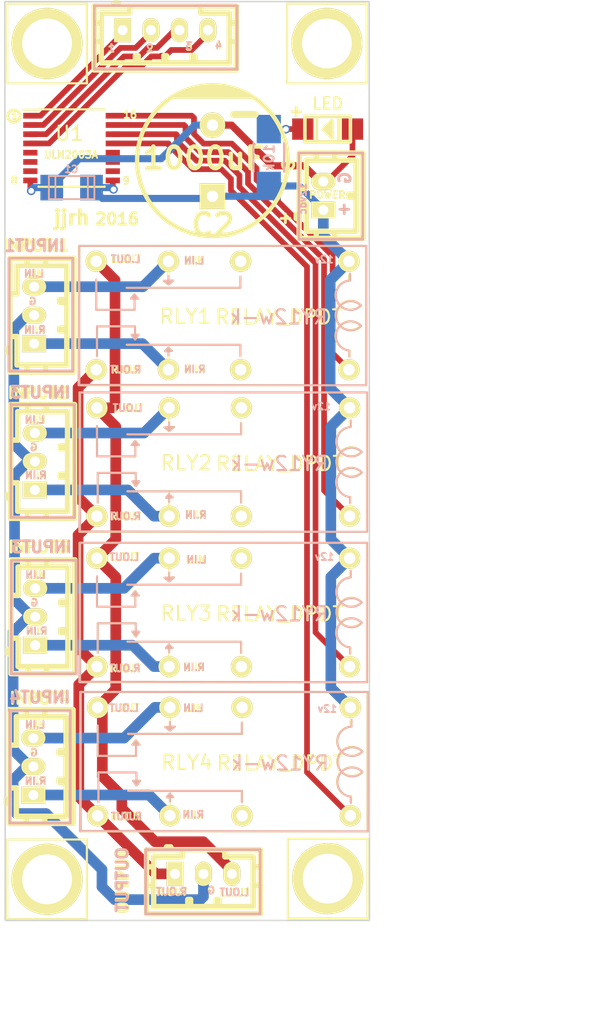
<source format=kicad_pcb>

(kicad_pcb
  (version 4)
  (host pcbnew 0.201508290901+6132~28~ubuntu14.04.1-product)
  (general
    (links 41)
    (no_connects 0)
    (area 131.471199 104.191599 157.225201 168.909462)
    (thickness 1.6)
    (drawings 130)
    (tracks 208)
    (zones 0)
    (modules 20)
    (nets 23))
  (page A4)
  (layers
    (0 F.Cu signal)
    (31 B.Cu signal)
    (32 B.Adhes user)
    (33 F.Adhes user)
    (34 B.Paste user)
    (35 F.Paste user)
    (36 B.SilkS user)
    (37 F.SilkS user)
    (38 B.Mask user)
    (39 F.Mask user)
    (40 Dwgs.User user)
    (41 Cmts.User user)
    (42 Eco1.User user)
    (43 Eco2.User user)
    (44 Edge.Cuts user)
    (45 Margin user)
    (46 B.CrtYd user)
    (47 F.CrtYd user)
    (48 B.Fab user)
    (49 F.Fab user))
  (setup
    (last_trace_width 0.4)
    (user_trace_width 0.25)
    (user_trace_width 0.4)
    (user_trace_width 0.5)
    (user_trace_width 0.75)
    (trace_clearance 0.2)
    (zone_clearance 0.508)
    (zone_45_only no)
    (trace_min 0.2)
    (segment_width 0.2)
    (edge_width 0.1)
    (via_size 0.6)
    (via_drill 0.4)
    (via_min_size 0.4)
    (via_min_drill 0.3)
    (uvia_size 0.3)
    (uvia_drill 0.1)
    (uvias_allowed no)
    (uvia_min_size 0.2)
    (uvia_min_drill 0.1)
    (pcb_text_width 0.3)
    (pcb_text_size 1.5 1.5)
    (mod_edge_width 0.15)
    (mod_text_size 1 1)
    (mod_text_width 0.15)
    (pad_size 1.5 1.5)
    (pad_drill 0.6)
    (pad_to_mask_clearance 0)
    (aux_axis_origin 0 0)
    (visible_elements FFFFFF7F)
    (pcbplotparams
      (layerselection 0x010f0_80000001)
      (usegerberextensions true)
      (excludeedgelayer true)
      (linewidth 0.1)
      (plotframeref false)
      (viasonmask false)
      (mode 1)
      (useauxorigin false)
      (hpglpennumber 1)
      (hpglpenspeed 20)
      (hpglpendiameter 15)
      (hpglpenoverlay 2)
      (psnegative false)
      (psa4output false)
      (plotreference true)
      (plotvalue true)
      (plotinvisibletext false)
      (padsonsilk false)
      (subtractmaskfromsilk false)
      (outputformat 1)
      (mirror false)
      (drillshape 0)
      (scaleselection 1)
      (outputdirectory images/)))
  (net 0 "")
  (net 1 GND)
  (net 2 R_OUT)
  (net 3 L_OUT)
  (net 4 R1_R_IN)
  (net 5 R1_L_IN)
  (net 6 R2_R_IN)
  (net 7 R2_L_IN)
  (net 8 R3_R_IN)
  (net 9 R3_L_IN)
  (net 10 R4_R_IN)
  (net 11 R4_L_IN)
  (net 12 +12V)
  (net 13 T1)
  (net 14 T3)
  (net 15 T2)
  (net 16 T4)
  (net 17 "Net-(RLY1-Pad1)")
  (net 18 "Net-(RLY2-Pad1)")
  (net 19 "Net-(RLY3-Pad1)")
  (net 20 "Net-(RLY4-Pad1)")
  (net 21 R1_GND)
  (net 22 "Net-(D1-Pad2)")
  (net_class Default "This is the default net class."
    (clearance 0.2)
    (trace_width 0.25)
    (via_dia 0.6)
    (via_drill 0.4)
    (uvia_dia 0.3)
    (uvia_drill 0.1)
    (add_net +12V)
    (add_net GND)
    (add_net L_OUT)
    (add_net "Net-(D1-Pad2)")
    (add_net "Net-(RLY1-Pad1)")
    (add_net "Net-(RLY2-Pad1)")
    (add_net "Net-(RLY3-Pad1)")
    (add_net "Net-(RLY4-Pad1)")
    (add_net R1_GND)
    (add_net R1_L_IN)
    (add_net R1_R_IN)
    (add_net R2_L_IN)
    (add_net R2_R_IN)
    (add_net R3_L_IN)
    (add_net R3_R_IN)
    (add_net R4_L_IN)
    (add_net R4_R_IN)
    (add_net R_OUT)
    (add_net T1)
    (add_net T2)
    (add_net T3)
    (add_net T4))
  (net_class "analog signal" ""
    (clearance 0.2)
    (trace_width 0.75)
    (via_dia 0.6)
    (via_drill 0.4)
    (uvia_dia 0.3)
    (uvia_drill 0.1))
  (module Resistors_SMD:R_1206_HandSoldering
    (layer B.Cu)
    (tedit 5.6885e+17)
    (tstamp 5686C9BC)
    (at 150.0886 115.2078 90)
    (descr "Resistor SMD 1206, hand soldering")
    (tags "resistor 1206")
    (path /55D9070E)
    (attr smd)
    (fp_text reference R1
      (at 0 2.3 90)
      (layer B.SilkS) hide
      (effects
        (font
          (size 1 1)
          (thickness 0.15))
        (justify mirror)))
    (fp_text value 10k
      (at -0.0188 0.0254 90)
      (layer B.SilkS)
      (effects
        (font
          (size 0.7 0.7)
          (thickness 0.15))
        (justify mirror)))
    (fp_line
      (start -3.3 1.2)
      (end 3.3 1.2)
      (layer B.CrtYd)
      (width 0.05))
    (fp_line
      (start -3.3 -1.2)
      (end 3.3 -1.2)
      (layer B.CrtYd)
      (width 0.05))
    (fp_line
      (start -3.3 1.2)
      (end -3.3 -1.2)
      (layer B.CrtYd)
      (width 0.05))
    (fp_line
      (start 3.3 1.2)
      (end 3.3 -1.2)
      (layer B.CrtYd)
      (width 0.05))
    (fp_line
      (start 1 -1.075)
      (end -1 -1.075)
      (layer B.SilkS)
      (width 0.15))
    (fp_line
      (start -1 1.075)
      (end 1 1.075)
      (layer B.SilkS)
      (width 0.15))
    (pad 1 smd rect
      (at -2 0 90)
      (size 2 1.7)
      (layers B.Cu B.Paste B.Mask)
      (net 12 +12V))
    (pad 2 smd rect
      (at 2 0 90)
      (size 2 1.7)
      (layers B.Cu B.Paste B.Mask)
      (net 22 "Net-(D1-Pad2)"))
    (model Resistors_SMD.3dshapes/R_1206_HandSoldering.wrl
      (at
        (xyz 0 0 0))
      (scale
        (xyz 1 1 1))
      (rotate
        (xyz 0 0 0))))
  (module w_capacitors:CP_10x20mm
    (layer F.Cu)
    (tedit 52642168)
    (tstamp 5689748F)
    (at 146.1262 115.4284)
    (descr "Capacitor, pol, cyl 10x20mm")
    (path /568976B6)
    (fp_text reference C2
      (at 0.0254 4.5104)
      (layer F.SilkS)
      (effects
        (font
          (thickness 0.3048))))
    (fp_text value 1000uF
      (at -0.635 -0.1632)
      (layer F.SilkS)
      (effects
        (font
          (thickness 0.3048))))
    (fp_line
      (start -2.7 -4.5)
      (end 2.7 -4.5)
      (layer F.SilkS)
      (width 0.3048))
    (fp_line
      (start 2.3 -4.7)
      (end -2.3 -4.7)
      (layer F.SilkS)
      (width 0.3048))
    (fp_line
      (start 1.9 -4.9)
      (end -1.9 -4.9)
      (layer F.SilkS)
      (width 0.3048))
    (fp_line
      (start -1.3 -5.1)
      (end 1.3 -5.1)
      (layer F.SilkS)
      (width 0.3048))
    (fp_line
      (start 1.5 -3.25)
      (end 3 -3.25)
      (layer F.SilkS)
      (width 0.5))
    (fp_circle
      (center 0 0)
      (end -5.3 0)
      (layer F.SilkS)
      (width 0.3048))
    (pad 1 thru_hole rect
      (at 0 2.5)
      (size 1.8 1.8)
      (drill 0.8)
      (layers *.Cu *.Mask F.SilkS)
      (net 12 +12V))
    (pad 2 thru_hole circle
      (at 0 -2.5)
      (size 1.8 1.8)
      (drill 0.8)
      (layers *.Cu *.Mask F.SilkS)
      (net 1 GND))
    (model walter/capacitors/cp_10x20mm.wrl
      (at
        (xyz 0 0 0))
      (scale
        (xyz 1 1 1))
      (rotate
        (xyz 0 0 0))))
  (module Relays_ThroughHole:RY12w-k_bigger_holes
    (layer F.Cu)
    (tedit 56744B88)
    (tstamp 5686C8A1)
    (at 156.9782 152.103 180)
    (path /55CA3C6A)
    (fp_text reference RLY3
      (at 12.7 4.85 180)
      (layer F.SilkS)
      (effects
        (font
          (size 1 1)
          (thickness 0.15))))
    (fp_text value RELAY_DPDT
      (at 6.125 4.8 180)
      (layer F.SilkS)
      (effects
        (font
          (size 1 1)
          (thickness 0.15))))
    (fp_text user RY12w-k
      (at 6.1468 4.8006 180)
      (layer B.SilkS)
      (effects
        (font
          (size 1 1)
          (thickness 0.15))
        (justify mirror)))
    (fp_line
      (start 13.6652 2.413)
      (end 13.8938 2.6162)
      (layer B.SilkS)
      (width 0.15))
    (fp_line
      (start 14.097 2.3876)
      (end 13.6652 2.413)
      (layer B.SilkS)
      (width 0.15))
    (fp_line
      (start 13.8938 2.667)
      (end 14.1224 2.413)
      (layer B.SilkS)
      (width 0.15))
    (fp_line
      (start 13.8938 2.1082)
      (end 13.8938 2.667)
      (layer B.SilkS)
      (width 0.15))
    (fp_line
      (start 8.8392 2.8448)
      (end 8.8392 2.0574)
      (layer B.SilkS)
      (width 0.15))
    (fp_line
      (start 16.7894 2.8448)
      (end 8.8392 2.8448)
      (layer B.SilkS)
      (width 0.15))
    (fp_line
      (start 16.4846 3.556)
      (end 16.256 3.2258)
      (layer B.SilkS)
      (width 0.15))
    (fp_line
      (start 16.002 3.556)
      (end 16.4846 3.556)
      (layer B.SilkS)
      (width 0.15))
    (fp_line
      (start 16.2306 3.2258)
      (end 16.002 3.556)
      (layer B.SilkS)
      (width 0.15))
    (fp_line
      (start 16.256 4.1402)
      (end 16.2306 3.2258)
      (layer B.SilkS)
      (width 0.15))
    (fp_line
      (start 18.923 4.1402)
      (end 16.256 4.1402)
      (layer B.SilkS)
      (width 0.15))
    (fp_line
      (start 18.923 2.0574)
      (end 18.923 4.1402)
      (layer B.SilkS)
      (width 0.15))
    (fp_line
      (start 18.9738 5.3086)
      (end 18.9738 7.4422)
      (layer B.SilkS)
      (width 0.15))
    (fp_line
      (start 16.2814 5.3086)
      (end 18.9738 5.3086)
      (layer B.SilkS)
      (width 0.15))
    (fp_line
      (start 16.2814 6.096)
      (end 16.2814 5.3086)
      (layer B.SilkS)
      (width 0.15))
    (fp_line
      (start 16.3322 6.1976)
      (end 16.2814 6.096)
      (layer B.SilkS)
      (width 0.15))
    (fp_line
      (start 16.0782 6.1214)
      (end 16.3322 6.1976)
      (layer B.SilkS)
      (width 0.15))
    (fp_line
      (start 16.256 6.35)
      (end 16.0782 6.1214)
      (layer B.SilkS)
      (width 0.15))
    (fp_line
      (start 16.5354 6.096)
      (end 16.2814 6.4008)
      (layer B.SilkS)
      (width 0.15))
    (fp_line
      (start 16.0274 6.096)
      (end 16.5354 6.096)
      (layer B.SilkS)
      (width 0.15))
    (fp_line
      (start 14.224 7.3406)
      (end 13.9192 7.112)
      (layer B.SilkS)
      (width 0.15))
    (fp_line
      (start 13.5636 7.366)
      (end 14.224 7.3406)
      (layer B.SilkS)
      (width 0.15))
    (fp_line
      (start 13.8938 7.0866)
      (end 13.5636 7.366)
      (layer B.SilkS)
      (width 0.15))
    (fp_line
      (start 13.8938 7.6962)
      (end 13.8938 7.0866)
      (layer B.SilkS)
      (width 0.15))
    (fp_line
      (start 16.8402 6.858)
      (end 16.7894 6.858)
      (layer B.SilkS)
      (width 0.15))
    (fp_line
      (start 16.8148 6.858)
      (end 16.8402 6.858)
      (layer B.SilkS)
      (width 0.15))
    (fp_line
      (start 8.8392 6.858)
      (end 16.8148 6.858)
      (layer B.SilkS)
      (width 0.15))
    (fp_line
      (start 8.8392 7.6454)
      (end 8.8392 6.858)
      (layer B.SilkS)
      (width 0.15))
    (fp_line
      (start 20.1676 0)
      (end 20.1676 9.8044)
      (layer B.SilkS)
      (width 0.15))
    (fp_line
      (start 20.1676 9.8044)
      (end -0.0254 9.8044)
      (layer B.SilkS)
      (width 0.15))
    (fp_line
      (start -0.0254 9.8044)
      (end -0.0254 0)
      (layer B.SilkS)
      (width 0.15))
    (fp_line
      (start -0.0254 0)
      (end 20.2184 0.0254)
      (layer B.SilkS)
      (width 0.15))
    (fp_line
      (start 20.2184 0.0254)
      (end 20.1676 9.779)
      (layer B.SilkS)
      (width 0.15))
    (fp_line
      (start 1.15 2.425)
      (end 1.15 1.975)
      (layer F.SilkS)
      (width 0.15))
    (fp_line
      (start 1.2 7.375)
      (end 1.2 7.8)
      (layer F.SilkS)
      (width 0.15))
    (fp_line
      (start 14.125 2.4)
      (end 13.9 2.65)
      (layer F.SilkS)
      (width 0.15))
    (fp_line
      (start 13.65 2.425)
      (end 14.125 2.4)
      (layer F.SilkS)
      (width 0.15))
    (fp_line
      (start 13.9 2.625)
      (end 13.65 2.425)
      (layer F.SilkS)
      (width 0.15))
    (fp_line
      (start 13.9 7.075)
      (end 13.9 7.1)
      (layer F.SilkS)
      (width 0.15))
    (fp_line
      (start 14.225 7.35)
      (end 13.9 7.075)
      (layer F.SilkS)
      (width 0.15))
    (fp_line
      (start 13.55 7.375)
      (end 14.225 7.35)
      (layer F.SilkS)
      (width 0.15))
    (fp_line
      (start 13.9 7.075)
      (end 13.55 7.375)
      (layer F.SilkS)
      (width 0.15))
    (fp_line
      (start 16 3.55)
      (end 16.225 3.25)
      (layer F.SilkS)
      (width 0.15))
    (fp_line
      (start 16.475 3.55)
      (end 16 3.55)
      (layer F.SilkS)
      (width 0.15))
    (fp_line
      (start 16.25 3.25)
      (end 16.475 3.55)
      (layer F.SilkS)
      (width 0.15))
    (fp_line
      (start 16.25 4.15)
      (end 16.25 3.25)
      (layer F.SilkS)
      (width 0.15))
    (fp_line
      (start 18.925 4.15)
      (end 16.25 4.15)
      (layer F.SilkS)
      (width 0.15))
    (fp_line
      (start 18.925 2.025)
      (end 18.925 4.15)
      (layer F.SilkS)
      (width 0.15))
    (fp_line
      (start 13.9 2.85)
      (end 16.825 2.85)
      (layer F.SilkS)
      (width 0.15))
    (fp_line
      (start 13.9 2.675)
      (end 13.9 1.875)
      (layer F.SilkS)
      (width 0.15))
    (fp_line
      (start 8.825 2.85)
      (end 13.9 2.85)
      (layer F.SilkS)
      (width 0.15))
    (fp_line
      (start 8.825 2.025)
      (end 8.825 2.85)
      (layer F.SilkS)
      (width 0.15))
    (fp_line
      (start 0 0)
      (end 0 9.8)
      (layer F.SilkS)
      (width 0.15))
    (fp_line
      (start 0 9.8)
      (end 20.2 9.8)
      (layer F.SilkS)
      (width 0.15))
    (fp_line
      (start 20.2 9.8)
      (end 20.2 0)
      (layer F.SilkS)
      (width 0.15))
    (fp_line
      (start 20.2 0)
      (end 0 0)
      (layer F.SilkS)
      (width 0.15))
    (fp_line
      (start 13.9 7.95)
      (end 13.9 7.125)
      (layer F.SilkS)
      (width 0.15))
    (fp_line
      (start 8.825 6.85)
      (end 8.825 7.65)
      (layer F.SilkS)
      (width 0.15))
    (fp_line
      (start 13.9 6.85)
      (end 8.825 6.85)
      (layer F.SilkS)
      (width 0.15))
    (fp_line
      (start 18.975 7.425)
      (end 18.975 5.3)
      (layer F.SilkS)
      (width 0.15))
    (fp_line
      (start 16.272981 5.307101)
      (end 18.947981 5.307101)
      (layer F.SilkS)
      (width 0.15))
    (fp_line
      (start 16.8 6.85)
      (end 13.875 6.85)
      (layer F.SilkS)
      (width 0.15))
    (fp_line
      (start 16.522981 6.107101)
      (end 16.297981 6.407101)
      (layer F.SilkS)
      (width 0.15))
    (fp_line
      (start 16.047981 6.107101)
      (end 16.522981 6.107101)
      (layer F.SilkS)
      (width 0.15))
    (fp_line
      (start 16.272981 6.407101)
      (end 16.047981 6.107101)
      (layer F.SilkS)
      (width 0.15))
    (fp_line
      (start 16.275 5.3)
      (end 16.275 6.2)
      (layer F.SilkS)
      (width 0.15))
    (fp_line
      (start 1.1246 7.388262)
      (end 1.1246 7.838262)
      (layer B.SilkS)
      (width 0.15))
    (fp_line
      (start 1.1746 2.438262)
      (end 1.1746 2.013262)
      (layer B.SilkS)
      (width 0.15))
    (fp_arc
      (start 1.112132 3.480025)
      (end 1.15 2.45)
      (angle 222.8945173)
      (layer F.SilkS)
      (width 0.15))
    (fp_arc
      (start 1.1 4.925)
      (end 0.375216 4.200215)
      (angle 270)
      (layer F.SilkS)
      (width 0.15))
    (fp_arc
      (start 1.112131 6.343808)
      (end 0.387347 5.619023)
      (angle 220.129541)
      (layer F.SilkS)
      (width 0.15))
    (fp_arc
      (start 1.086732 6.333237)
      (end 1.1246 7.363262)
      (angle -222.8945173)
      (layer B.SilkS)
      (width 0.15))
    (fp_arc
      (start 1.0746 4.888262)
      (end 0.349816 5.613047)
      (angle -270)
      (layer B.SilkS)
      (width 0.15))
    (fp_arc
      (start 1.086731 3.469454)
      (end 0.361947 4.194239)
      (angle -220.129541)
      (layer B.SilkS)
      (width 0.15))
    (pad 1 thru_hole circle
      (at 1.2 1.1 180)
      (size 1.5 1.5)
      (drill 0.8)
      (layers *.Cu *.Mask F.SilkS)
      (net 19 "Net-(RLY3-Pad1)"))
    (pad 8 thru_hole circle
      (at 1.2 8.72 180)
      (size 1.5 1.5)
      (drill 0.8)
      (layers *.Cu *.Mask F.SilkS)
      (net 12 +12V))
    (pad 7 thru_hole circle
      (at 8.82 8.72 180)
      (size 1.5 1.5)
      (drill 0.8)
      (layers *.Cu *.Mask F.SilkS))
    (pad 2 thru_hole circle
      (at 8.82 1.1 180)
      (size 1.5 1.5)
      (drill 0.8)
      (layers *.Cu *.Mask F.SilkS))
    (pad 3 thru_hole circle
      (at 13.9 1.1 180)
      (size 1.5 1.5)
      (drill 0.8)
      (layers *.Cu *.Mask F.SilkS)
      (net 8 R3_R_IN))
    (pad 6 thru_hole circle
      (at 13.9 8.72 180)
      (size 1.5 1.5)
      (drill 0.8)
      (layers *.Cu *.Mask F.SilkS)
      (net 9 R3_L_IN))
    (pad 4 thru_hole circle
      (at 18.98 1.1 180)
      (size 1.5 1.5)
      (drill 0.8)
      (layers *.Cu *.Mask F.SilkS)
      (net 2 R_OUT))
    (pad 5 thru_hole circle
      (at 18.98 8.72 180)
      (size 1.5 1.5)
      (drill 0.8)
      (layers *.Cu *.Mask F.SilkS)
      (net 3 L_OUT))
    (model Relays_ThroughHole.3dshapes/Relay_SPDS_OMRON-G6E.wrl
      (at
        (xyz 0.08 -0.33 0))
      (scale
        (xyz 1.3 1 1))
      (rotate
        (xyz 0 0 0))))
  (module mechanical:3.5mm_m3
    (layer F.Cu)
    (tedit 568953B9)
    (tstamp 5686C837)
    (at 154.2288 166.0144)
    (path /5686CC43)
    (fp_text reference P1
      (at 0 0.5)
      (layer F.SilkS)
      (effects
        (font
          (size 1 1)
          (thickness 0.15))))
    (fp_text value board_mount
      (at 0.5842 -0.4048)
      (layer F.Fab) hide
      (effects
        (font
          (size 1 1)
          (thickness 0.15))))
    (fp_line
      (start 2.8 2.5)
      (end 2.8 2.7)
      (layer F.SilkS)
      (width 0.15))
    (fp_line
      (start 2.6 -2.9)
      (end 2.8 -2.9)
      (layer F.SilkS)
      (width 0.15))
    (fp_line
      (start 0 -2.9)
      (end -2.8 -2.9)
      (layer F.SilkS)
      (width 0.15))
    (fp_line
      (start 0 2.7)
      (end -2.8 2.7)
      (layer F.SilkS)
      (width 0.15))
    (fp_line
      (start -2.8 2.7)
      (end -2.8 2.5)
      (layer F.SilkS)
      (width 0.15))
    (fp_line
      (start -2.8 0)
      (end -2.8 2.6)
      (layer F.SilkS)
      (width 0.15))
    (fp_line
      (start -2.8 0.1)
      (end -2.8 -2.9)
      (layer F.SilkS)
      (width 0.15))
    (fp_line
      (start 0 2.7)
      (end 2.8 2.7)
      (layer F.SilkS)
      (width 0.15))
    (fp_line
      (start 2.8 -0.2)
      (end 2.8 2.6)
      (layer F.SilkS)
      (width 0.15))
    (fp_line
      (start 2.8 -0.1)
      (end 2.8 -2.9)
      (layer F.SilkS)
      (width 0.15))
    (fp_line
      (start 0 -2.9)
      (end 2.6 -2.9)
      (layer F.SilkS)
      (width 0.15))
    (pad 1 thru_hole circle
      (at 0 -0.1)
      (size 5 5)
      (drill 3.5)
      (layers *.Cu *.Mask F.SilkS)))
  (module mechanical:3.5mm_m3
    (layer F.Cu)
    (tedit 568953B7)
    (tstamp 5686C83C)
    (at 134.493 166.0652)
    (path /5686CCAC)
    (fp_text reference P2
      (at 0 0.5)
      (layer F.SilkS)
      (effects
        (font
          (size 1 1)
          (thickness 0.15))))
    (fp_text value board_mount
      (at 0 -0.5)
      (layer F.Fab) hide
      (effects
        (font
          (size 1 1)
          (thickness 0.15))))
    (fp_line
      (start 2.8 2.5)
      (end 2.8 2.7)
      (layer F.SilkS)
      (width 0.15))
    (fp_line
      (start 2.6 -2.9)
      (end 2.8 -2.9)
      (layer F.SilkS)
      (width 0.15))
    (fp_line
      (start 0 -2.9)
      (end -2.8 -2.9)
      (layer F.SilkS)
      (width 0.15))
    (fp_line
      (start 0 2.7)
      (end -2.8 2.7)
      (layer F.SilkS)
      (width 0.15))
    (fp_line
      (start -2.8 2.7)
      (end -2.8 2.5)
      (layer F.SilkS)
      (width 0.15))
    (fp_line
      (start -2.8 0)
      (end -2.8 2.6)
      (layer F.SilkS)
      (width 0.15))
    (fp_line
      (start -2.8 0.1)
      (end -2.8 -2.9)
      (layer F.SilkS)
      (width 0.15))
    (fp_line
      (start 0 2.7)
      (end 2.8 2.7)
      (layer F.SilkS)
      (width 0.15))
    (fp_line
      (start 2.8 -0.2)
      (end 2.8 2.6)
      (layer F.SilkS)
      (width 0.15))
    (fp_line
      (start 2.8 -0.1)
      (end 2.8 -2.9)
      (layer F.SilkS)
      (width 0.15))
    (fp_line
      (start 0 -2.9)
      (end 2.6 -2.9)
      (layer F.SilkS)
      (width 0.15))
    (pad 1 thru_hole circle
      (at 0 -0.1)
      (size 5 5)
      (drill 3.5)
      (layers *.Cu *.Mask F.SilkS)))
  (module mechanical:3.5mm_m3
    (layer F.Cu)
    (tedit 56885E9A)
    (tstamp 5686C841)
    (at 134.493 107.288)
    (path /5686CBD9)
    (fp_text reference P3
      (at 0 0.5)
      (layer F.SilkS)
      (effects
        (font
          (size 1 1)
          (thickness 0.15))))
    (fp_text value board_mount
      (at 0 -0.5)
      (layer F.Fab) hide
      (effects
        (font
          (size 1 1)
          (thickness 0.15))))
    (fp_line
      (start 2.8 2.5)
      (end 2.8 2.7)
      (layer F.SilkS)
      (width 0.15))
    (fp_line
      (start 2.6 -2.9)
      (end 2.8 -2.9)
      (layer F.SilkS)
      (width 0.15))
    (fp_line
      (start 0 -2.9)
      (end -2.8 -2.9)
      (layer F.SilkS)
      (width 0.15))
    (fp_line
      (start 0 2.7)
      (end -2.8 2.7)
      (layer F.SilkS)
      (width 0.15))
    (fp_line
      (start -2.8 2.7)
      (end -2.8 2.5)
      (layer F.SilkS)
      (width 0.15))
    (fp_line
      (start -2.8 0)
      (end -2.8 2.6)
      (layer F.SilkS)
      (width 0.15))
    (fp_line
      (start -2.8 0.1)
      (end -2.8 -2.9)
      (layer F.SilkS)
      (width 0.15))
    (fp_line
      (start 0 2.7)
      (end 2.8 2.7)
      (layer F.SilkS)
      (width 0.15))
    (fp_line
      (start 2.8 -0.2)
      (end 2.8 2.6)
      (layer F.SilkS)
      (width 0.15))
    (fp_line
      (start 2.8 -0.1)
      (end 2.8 -2.9)
      (layer F.SilkS)
      (width 0.15))
    (fp_line
      (start 0 -2.9)
      (end 2.6 -2.9)
      (layer F.SilkS)
      (width 0.15))
    (pad 1 thru_hole circle
      (at 0 -0.1)
      (size 5 5)
      (drill 3.5)
      (layers *.Cu *.Mask F.SilkS)))
  (module mechanical:3.5mm_m3
    (layer F.Cu)
    (tedit 5.6885e+100)
    (tstamp 5686C846)
    (at 154.178 107.288)
    (path /5686CAED)
    (fp_text reference P4
      (at 0 0.5)
      (layer F.SilkS)
      (effects
        (font
          (size 1 1)
          (thickness 0.15))))
    (fp_text value board_mount
      (at 0 -0.5)
      (layer F.Fab) hide
      (effects
        (font
          (size 1 1)
          (thickness 0.15))))
    (fp_line
      (start 2.8 2.5)
      (end 2.8 2.7)
      (layer F.SilkS)
      (width 0.15))
    (fp_line
      (start 2.6 -2.9)
      (end 2.8 -2.9)
      (layer F.SilkS)
      (width 0.15))
    (fp_line
      (start 0 -2.9)
      (end -2.8 -2.9)
      (layer F.SilkS)
      (width 0.15))
    (fp_line
      (start 0 2.7)
      (end -2.8 2.7)
      (layer F.SilkS)
      (width 0.15))
    (fp_line
      (start -2.8 2.7)
      (end -2.8 2.5)
      (layer F.SilkS)
      (width 0.15))
    (fp_line
      (start -2.8 0)
      (end -2.8 2.6)
      (layer F.SilkS)
      (width 0.15))
    (fp_line
      (start -2.8 0.1)
      (end -2.8 -2.9)
      (layer F.SilkS)
      (width 0.15))
    (fp_line
      (start 0 2.7)
      (end 2.8 2.7)
      (layer F.SilkS)
      (width 0.15))
    (fp_line
      (start 2.8 -0.2)
      (end 2.8 2.6)
      (layer F.SilkS)
      (width 0.15))
    (fp_line
      (start 2.8 -0.1)
      (end 2.8 -2.9)
      (layer F.SilkS)
      (width 0.15))
    (fp_line
      (start 0 -2.9)
      (end 2.6 -2.9)
      (layer F.SilkS)
      (width 0.15))
    (pad 1 thru_hole circle
      (at 0 -0.1)
      (size 5 5)
      (drill 3.5)
      (layers *.Cu *.Mask F.SilkS)))
  (module w_conn_jst-ph:b3b-ph-kl
    (layer F.Cu)
    (tedit 56897C92)
    (tstamp 5686C84D)
    (at 145.4912 165.5826)
    (descr "JST PH series connector, B3B-PH-KL")
    (path /56747D5E)
    (fp_text reference P8
      (at 0 -2.99974)
      (layer F.SilkS) hide
      (effects
        (font
          (thickness 0.3048))))
    (fp_text value OUTPUT
      (at -5.6896 0.5334 90)
      (layer F.SilkS)
      (effects
        (font
          (size 0.8 0.8)
          (thickness 0.2))))
    (fp_line
      (start -4.0005 -1.69926)
      (end 4.0005 -1.69926)
      (layer F.SilkS)
      (width 0.381))
    (fp_line
      (start 3.50012 2.30124)
      (end -3.50012 2.30124)
      (layer F.SilkS)
      (width 0.381))
    (fp_line
      (start -4.0005 2.79908)
      (end 4.0005 2.79908)
      (layer F.SilkS)
      (width 0.381))
    (fp_line
      (start -0.9017 1.80086)
      (end -0.9017 2.30124)
      (layer F.SilkS)
      (width 0.381))
    (fp_line
      (start -1.09982 1.80086)
      (end -0.9017 1.80086)
      (layer F.SilkS)
      (width 0.381))
    (fp_line
      (start -1.09982 2.30124)
      (end -1.09982 1.80086)
      (layer F.SilkS)
      (width 0.381))
    (fp_line
      (start 0.89916 2.30124)
      (end 0.89916 1.80086)
      (layer F.SilkS)
      (width 0.381))
    (fp_line
      (start 0.89916 1.80086)
      (end 1.09728 1.80086)
      (layer F.SilkS)
      (width 0.381))
    (fp_line
      (start 1.09728 1.80086)
      (end 1.09728 2.30124)
      (layer F.SilkS)
      (width 0.381))
    (fp_line
      (start 4.0005 -0.50038)
      (end 3.50012 -0.50038)
      (layer F.SilkS)
      (width 0.381))
    (fp_line
      (start 3.50012 0.8001)
      (end 4.0005 0.8001)
      (layer F.SilkS)
      (width 0.381))
    (fp_line
      (start -3.50012 0.8001)
      (end -4.0005 0.8001)
      (layer F.SilkS)
      (width 0.381))
    (fp_line
      (start -3.50012 -0.50038)
      (end -4.0005 -0.50038)
      (layer F.SilkS)
      (width 0.381))
    (fp_line
      (start -1.50114 -1.69926)
      (end -1.50114 -1.19888)
      (layer F.SilkS)
      (width 0.381))
    (fp_line
      (start -1.50114 -1.19888)
      (end -3.50012 -1.19888)
      (layer F.SilkS)
      (width 0.381))
    (fp_line
      (start -3.50012 -1.19888)
      (end -3.50012 2.30124)
      (layer F.SilkS)
      (width 0.381))
    (fp_line
      (start 3.50012 2.30124)
      (end 3.50012 -1.19888)
      (layer F.SilkS)
      (width 0.381))
    (fp_line
      (start 3.50012 -1.19888)
      (end 1.50114 -1.19888)
      (layer F.SilkS)
      (width 0.381))
    (fp_line
      (start 1.50114 -1.19888)
      (end 1.50114 -1.69926)
      (layer F.SilkS)
      (width 0.381))
    (fp_line
      (start -4.0005 -1.69926)
      (end -4.0005 2.79908)
      (layer F.SilkS)
      (width 0.381))
    (fp_line
      (start 4.0005 -1.69926)
      (end 4.0005 2.79908)
      (layer F.SilkS)
      (width 0.381))
    (fp_line
      (start -2.30124 -1.69926)
      (end -2.30124 -1.89992)
      (layer F.SilkS)
      (width 0.381))
    (fp_line
      (start -2.30124 -1.89992)
      (end -2.60096 -1.89992)
      (layer F.SilkS)
      (width 0.381))
    (fp_line
      (start -2.60096 -1.89992)
      (end -2.60096 -1.69926)
      (layer F.SilkS)
      (width 0.381))
    (pad 1 thru_hole rect
      (at -2.00152 0)
      (size 1.19888 1.69926)
      (drill 0.70104)
      (layers *.Cu *.Mask F.SilkS)
      (net 2 R_OUT))
    (pad 3 thru_hole oval
      (at 2.00152 0)
      (size 1.19888 1.69926)
      (drill 0.70104)
      (layers *.Cu *.Mask F.SilkS)
      (net 3 L_OUT))
    (pad 2 thru_hole oval
      (at 0 0)
      (size 1.19888 1.69926)
      (drill 0.70104)
      (layers *.Cu *.Mask F.SilkS)
      (net 21 R1_GND))
    (model walter/conn_jst-ph/b3b-ph-kl.wrl
      (at
        (xyz 0 0 0))
      (scale
        (xyz 1 1 1))
      (rotate
        (xyz 0 0 0))))
  (module w_conn_jst-ph:b3b-ph-kl
    (layer F.Cu)
    (tedit 56897C72)
    (tstamp 5686C854)
    (at 133.5786 126.29388 90)
    (descr "JST PH series connector, B3B-PH-KL")
    (path /56746F41)
    (fp_text reference P9
      (at 0 -2.99974 90)
      (layer F.SilkS) hide
      (effects
        (font
          (thickness 0.3048))))
    (fp_text value INPUT.1
      (at 4.90728 0.127 180)
      (layer F.SilkS)
      (effects
        (font
          (size 0.8 0.8)
          (thickness 0.2))))
    (fp_line
      (start -4.0005 -1.69926)
      (end 4.0005 -1.69926)
      (layer F.SilkS)
      (width 0.381))
    (fp_line
      (start 3.50012 2.30124)
      (end -3.50012 2.30124)
      (layer F.SilkS)
      (width 0.381))
    (fp_line
      (start -4.0005 2.79908)
      (end 4.0005 2.79908)
      (layer F.SilkS)
      (width 0.381))
    (fp_line
      (start -0.9017 1.80086)
      (end -0.9017 2.30124)
      (layer F.SilkS)
      (width 0.381))
    (fp_line
      (start -1.09982 1.80086)
      (end -0.9017 1.80086)
      (layer F.SilkS)
      (width 0.381))
    (fp_line
      (start -1.09982 2.30124)
      (end -1.09982 1.80086)
      (layer F.SilkS)
      (width 0.381))
    (fp_line
      (start 0.89916 2.30124)
      (end 0.89916 1.80086)
      (layer F.SilkS)
      (width 0.381))
    (fp_line
      (start 0.89916 1.80086)
      (end 1.09728 1.80086)
      (layer F.SilkS)
      (width 0.381))
    (fp_line
      (start 1.09728 1.80086)
      (end 1.09728 2.30124)
      (layer F.SilkS)
      (width 0.381))
    (fp_line
      (start 4.0005 -0.50038)
      (end 3.50012 -0.50038)
      (layer F.SilkS)
      (width 0.381))
    (fp_line
      (start 3.50012 0.8001)
      (end 4.0005 0.8001)
      (layer F.SilkS)
      (width 0.381))
    (fp_line
      (start -3.50012 0.8001)
      (end -4.0005 0.8001)
      (layer F.SilkS)
      (width 0.381))
    (fp_line
      (start -3.50012 -0.50038)
      (end -4.0005 -0.50038)
      (layer F.SilkS)
      (width 0.381))
    (fp_line
      (start -1.50114 -1.69926)
      (end -1.50114 -1.19888)
      (layer F.SilkS)
      (width 0.381))
    (fp_line
      (start -1.50114 -1.19888)
      (end -3.50012 -1.19888)
      (layer F.SilkS)
      (width 0.381))
    (fp_line
      (start -3.50012 -1.19888)
      (end -3.50012 2.30124)
      (layer F.SilkS)
      (width 0.381))
    (fp_line
      (start 3.50012 2.30124)
      (end 3.50012 -1.19888)
      (layer F.SilkS)
      (width 0.381))
    (fp_line
      (start 3.50012 -1.19888)
      (end 1.50114 -1.19888)
      (layer F.SilkS)
      (width 0.381))
    (fp_line
      (start 1.50114 -1.19888)
      (end 1.50114 -1.69926)
      (layer F.SilkS)
      (width 0.381))
    (fp_line
      (start -4.0005 -1.69926)
      (end -4.0005 2.79908)
      (layer F.SilkS)
      (width 0.381))
    (fp_line
      (start 4.0005 -1.69926)
      (end 4.0005 2.79908)
      (layer F.SilkS)
      (width 0.381))
    (fp_line
      (start -2.30124 -1.69926)
      (end -2.30124 -1.89992)
      (layer F.SilkS)
      (width 0.381))
    (fp_line
      (start -2.30124 -1.89992)
      (end -2.60096 -1.89992)
      (layer F.SilkS)
      (width 0.381))
    (fp_line
      (start -2.60096 -1.89992)
      (end -2.60096 -1.69926)
      (layer F.SilkS)
      (width 0.381))
    (pad 1 thru_hole rect
      (at -2.00152 0 90)
      (size 1.19888 1.69926)
      (drill 0.70104)
      (layers *.Cu *.Mask F.SilkS)
      (net 4 R1_R_IN))
    (pad 3 thru_hole oval
      (at 2.00152 0 90)
      (size 1.19888 1.69926)
      (drill 0.70104)
      (layers *.Cu *.Mask F.SilkS)
      (net 5 R1_L_IN))
    (pad 2 thru_hole oval
      (at 0 0 90)
      (size 1.19888 1.69926)
      (drill 0.70104)
      (layers *.Cu *.Mask F.SilkS)
      (net 21 R1_GND))
    (model walter/conn_jst-ph/b3b-ph-kl.wrl
      (at
        (xyz 0 0 0))
      (scale
        (xyz 1 1 1))
      (rotate
        (xyz 0 0 0))))
  (module w_conn_jst-ph:b3b-ph-kl
    (layer F.Cu)
    (tedit 56897C7C)
    (tstamp 5686C85B)
    (at 133.6294 136.58088 90)
    (descr "JST PH series connector, B3B-PH-KL")
    (path /56746F47)
    (fp_text reference P10
      (at 0 -2.99974 90)
      (layer F.SilkS) hide
      (effects
        (font
          (thickness 0.3048))))
    (fp_text value INPUT2
      (at 4.83108 0.2286 180)
      (layer F.SilkS)
      (effects
        (font
          (size 0.8 0.8)
          (thickness 0.2))))
    (fp_line
      (start -4.0005 -1.69926)
      (end 4.0005 -1.69926)
      (layer F.SilkS)
      (width 0.381))
    (fp_line
      (start 3.50012 2.30124)
      (end -3.50012 2.30124)
      (layer F.SilkS)
      (width 0.381))
    (fp_line
      (start -4.0005 2.79908)
      (end 4.0005 2.79908)
      (layer F.SilkS)
      (width 0.381))
    (fp_line
      (start -0.9017 1.80086)
      (end -0.9017 2.30124)
      (layer F.SilkS)
      (width 0.381))
    (fp_line
      (start -1.09982 1.80086)
      (end -0.9017 1.80086)
      (layer F.SilkS)
      (width 0.381))
    (fp_line
      (start -1.09982 2.30124)
      (end -1.09982 1.80086)
      (layer F.SilkS)
      (width 0.381))
    (fp_line
      (start 0.89916 2.30124)
      (end 0.89916 1.80086)
      (layer F.SilkS)
      (width 0.381))
    (fp_line
      (start 0.89916 1.80086)
      (end 1.09728 1.80086)
      (layer F.SilkS)
      (width 0.381))
    (fp_line
      (start 1.09728 1.80086)
      (end 1.09728 2.30124)
      (layer F.SilkS)
      (width 0.381))
    (fp_line
      (start 4.0005 -0.50038)
      (end 3.50012 -0.50038)
      (layer F.SilkS)
      (width 0.381))
    (fp_line
      (start 3.50012 0.8001)
      (end 4.0005 0.8001)
      (layer F.SilkS)
      (width 0.381))
    (fp_line
      (start -3.50012 0.8001)
      (end -4.0005 0.8001)
      (layer F.SilkS)
      (width 0.381))
    (fp_line
      (start -3.50012 -0.50038)
      (end -4.0005 -0.50038)
      (layer F.SilkS)
      (width 0.381))
    (fp_line
      (start -1.50114 -1.69926)
      (end -1.50114 -1.19888)
      (layer F.SilkS)
      (width 0.381))
    (fp_line
      (start -1.50114 -1.19888)
      (end -3.50012 -1.19888)
      (layer F.SilkS)
      (width 0.381))
    (fp_line
      (start -3.50012 -1.19888)
      (end -3.50012 2.30124)
      (layer F.SilkS)
      (width 0.381))
    (fp_line
      (start 3.50012 2.30124)
      (end 3.50012 -1.19888)
      (layer F.SilkS)
      (width 0.381))
    (fp_line
      (start 3.50012 -1.19888)
      (end 1.50114 -1.19888)
      (layer F.SilkS)
      (width 0.381))
    (fp_line
      (start 1.50114 -1.19888)
      (end 1.50114 -1.69926)
      (layer F.SilkS)
      (width 0.381))
    (fp_line
      (start -4.0005 -1.69926)
      (end -4.0005 2.79908)
      (layer F.SilkS)
      (width 0.381))
    (fp_line
      (start 4.0005 -1.69926)
      (end 4.0005 2.79908)
      (layer F.SilkS)
      (width 0.381))
    (fp_line
      (start -2.30124 -1.69926)
      (end -2.30124 -1.89992)
      (layer F.SilkS)
      (width 0.381))
    (fp_line
      (start -2.30124 -1.89992)
      (end -2.60096 -1.89992)
      (layer F.SilkS)
      (width 0.381))
    (fp_line
      (start -2.60096 -1.89992)
      (end -2.60096 -1.69926)
      (layer F.SilkS)
      (width 0.381))
    (pad 1 thru_hole rect
      (at -2.00152 0 90)
      (size 1.19888 1.69926)
      (drill 0.70104)
      (layers *.Cu *.Mask F.SilkS)
      (net 6 R2_R_IN))
    (pad 3 thru_hole oval
      (at 2.00152 0 90)
      (size 1.19888 1.69926)
      (drill 0.70104)
      (layers *.Cu *.Mask F.SilkS)
      (net 7 R2_L_IN))
    (pad 2 thru_hole oval
      (at 0 0 90)
      (size 1.19888 1.69926)
      (drill 0.70104)
      (layers *.Cu *.Mask F.SilkS)
      (net 21 R1_GND))
    (model walter/conn_jst-ph/b3b-ph-kl.wrl
      (at
        (xyz 0 0 0))
      (scale
        (xyz 1 1 1))
      (rotate
        (xyz 0 0 0))))
  (module w_conn_jst-ph:b3b-ph-kl
    (layer F.Cu)
    (tedit 56897C84)
    (tstamp 5686C862)
    (at 133.6548 147.50288 90)
    (descr "JST PH series connector, B3B-PH-KL")
    (path /56746F4D)
    (fp_text reference P11
      (at 0 -2.99974 90)
      (layer F.SilkS) hide
      (effects
        (font
          (thickness 0.3048))))
    (fp_text value INPUT3
      (at 4.90728 0.2286 180)
      (layer F.SilkS)
      (effects
        (font
          (size 0.8 0.8)
          (thickness 0.2))))
    (fp_line
      (start -4.0005 -1.69926)
      (end 4.0005 -1.69926)
      (layer F.SilkS)
      (width 0.381))
    (fp_line
      (start 3.50012 2.30124)
      (end -3.50012 2.30124)
      (layer F.SilkS)
      (width 0.381))
    (fp_line
      (start -4.0005 2.79908)
      (end 4.0005 2.79908)
      (layer F.SilkS)
      (width 0.381))
    (fp_line
      (start -0.9017 1.80086)
      (end -0.9017 2.30124)
      (layer F.SilkS)
      (width 0.381))
    (fp_line
      (start -1.09982 1.80086)
      (end -0.9017 1.80086)
      (layer F.SilkS)
      (width 0.381))
    (fp_line
      (start -1.09982 2.30124)
      (end -1.09982 1.80086)
      (layer F.SilkS)
      (width 0.381))
    (fp_line
      (start 0.89916 2.30124)
      (end 0.89916 1.80086)
      (layer F.SilkS)
      (width 0.381))
    (fp_line
      (start 0.89916 1.80086)
      (end 1.09728 1.80086)
      (layer F.SilkS)
      (width 0.381))
    (fp_line
      (start 1.09728 1.80086)
      (end 1.09728 2.30124)
      (layer F.SilkS)
      (width 0.381))
    (fp_line
      (start 4.0005 -0.50038)
      (end 3.50012 -0.50038)
      (layer F.SilkS)
      (width 0.381))
    (fp_line
      (start 3.50012 0.8001)
      (end 4.0005 0.8001)
      (layer F.SilkS)
      (width 0.381))
    (fp_line
      (start -3.50012 0.8001)
      (end -4.0005 0.8001)
      (layer F.SilkS)
      (width 0.381))
    (fp_line
      (start -3.50012 -0.50038)
      (end -4.0005 -0.50038)
      (layer F.SilkS)
      (width 0.381))
    (fp_line
      (start -1.50114 -1.69926)
      (end -1.50114 -1.19888)
      (layer F.SilkS)
      (width 0.381))
    (fp_line
      (start -1.50114 -1.19888)
      (end -3.50012 -1.19888)
      (layer F.SilkS)
      (width 0.381))
    (fp_line
      (start -3.50012 -1.19888)
      (end -3.50012 2.30124)
      (layer F.SilkS)
      (width 0.381))
    (fp_line
      (start 3.50012 2.30124)
      (end 3.50012 -1.19888)
      (layer F.SilkS)
      (width 0.381))
    (fp_line
      (start 3.50012 -1.19888)
      (end 1.50114 -1.19888)
      (layer F.SilkS)
      (width 0.381))
    (fp_line
      (start 1.50114 -1.19888)
      (end 1.50114 -1.69926)
      (layer F.SilkS)
      (width 0.381))
    (fp_line
      (start -4.0005 -1.69926)
      (end -4.0005 2.79908)
      (layer F.SilkS)
      (width 0.381))
    (fp_line
      (start 4.0005 -1.69926)
      (end 4.0005 2.79908)
      (layer F.SilkS)
      (width 0.381))
    (fp_line
      (start -2.30124 -1.69926)
      (end -2.30124 -1.89992)
      (layer F.SilkS)
      (width 0.381))
    (fp_line
      (start -2.30124 -1.89992)
      (end -2.60096 -1.89992)
      (layer F.SilkS)
      (width 0.381))
    (fp_line
      (start -2.60096 -1.89992)
      (end -2.60096 -1.69926)
      (layer F.SilkS)
      (width 0.381))
    (pad 1 thru_hole rect
      (at -2.00152 0 90)
      (size 1.19888 1.69926)
      (drill 0.70104)
      (layers *.Cu *.Mask F.SilkS)
      (net 8 R3_R_IN))
    (pad 3 thru_hole oval
      (at 2.00152 0 90)
      (size 1.19888 1.69926)
      (drill 0.70104)
      (layers *.Cu *.Mask F.SilkS)
      (net 9 R3_L_IN))
    (pad 2 thru_hole oval
      (at 0 0 90)
      (size 1.19888 1.69926)
      (drill 0.70104)
      (layers *.Cu *.Mask F.SilkS)
      (net 21 R1_GND))
    (model walter/conn_jst-ph/b3b-ph-kl.wrl
      (at
        (xyz 0 0 0))
      (scale
        (xyz 1 1 1))
      (rotate
        (xyz 0 0 0))))
  (module w_conn_jst-ph:b3b-ph-kl
    (layer F.Cu)
    (tedit 56897C8C)
    (tstamp 5686C869)
    (at 133.5278 158.03372 90)
    (descr "JST PH series connector, B3B-PH-KL")
    (path /56746F53)
    (fp_text reference P12
      (at 0 -2.99974 90)
      (layer F.SilkS) hide
      (effects
        (font
          (thickness 0.3048))))
    (fp_text value INPUT4
      (at 4.79552 0.4572 180)
      (layer F.SilkS)
      (effects
        (font
          (size 0.8 0.8)
          (thickness 0.2))))
    (fp_line
      (start -4.0005 -1.69926)
      (end 4.0005 -1.69926)
      (layer F.SilkS)
      (width 0.381))
    (fp_line
      (start 3.50012 2.30124)
      (end -3.50012 2.30124)
      (layer F.SilkS)
      (width 0.381))
    (fp_line
      (start -4.0005 2.79908)
      (end 4.0005 2.79908)
      (layer F.SilkS)
      (width 0.381))
    (fp_line
      (start -0.9017 1.80086)
      (end -0.9017 2.30124)
      (layer F.SilkS)
      (width 0.381))
    (fp_line
      (start -1.09982 1.80086)
      (end -0.9017 1.80086)
      (layer F.SilkS)
      (width 0.381))
    (fp_line
      (start -1.09982 2.30124)
      (end -1.09982 1.80086)
      (layer F.SilkS)
      (width 0.381))
    (fp_line
      (start 0.89916 2.30124)
      (end 0.89916 1.80086)
      (layer F.SilkS)
      (width 0.381))
    (fp_line
      (start 0.89916 1.80086)
      (end 1.09728 1.80086)
      (layer F.SilkS)
      (width 0.381))
    (fp_line
      (start 1.09728 1.80086)
      (end 1.09728 2.30124)
      (layer F.SilkS)
      (width 0.381))
    (fp_line
      (start 4.0005 -0.50038)
      (end 3.50012 -0.50038)
      (layer F.SilkS)
      (width 0.381))
    (fp_line
      (start 3.50012 0.8001)
      (end 4.0005 0.8001)
      (layer F.SilkS)
      (width 0.381))
    (fp_line
      (start -3.50012 0.8001)
      (end -4.0005 0.8001)
      (layer F.SilkS)
      (width 0.381))
    (fp_line
      (start -3.50012 -0.50038)
      (end -4.0005 -0.50038)
      (layer F.SilkS)
      (width 0.381))
    (fp_line
      (start -1.50114 -1.69926)
      (end -1.50114 -1.19888)
      (layer F.SilkS)
      (width 0.381))
    (fp_line
      (start -1.50114 -1.19888)
      (end -3.50012 -1.19888)
      (layer F.SilkS)
      (width 0.381))
    (fp_line
      (start -3.50012 -1.19888)
      (end -3.50012 2.30124)
      (layer F.SilkS)
      (width 0.381))
    (fp_line
      (start 3.50012 2.30124)
      (end 3.50012 -1.19888)
      (layer F.SilkS)
      (width 0.381))
    (fp_line
      (start 3.50012 -1.19888)
      (end 1.50114 -1.19888)
      (layer F.SilkS)
      (width 0.381))
    (fp_line
      (start 1.50114 -1.19888)
      (end 1.50114 -1.69926)
      (layer F.SilkS)
      (width 0.381))
    (fp_line
      (start -4.0005 -1.69926)
      (end -4.0005 2.79908)
      (layer F.SilkS)
      (width 0.381))
    (fp_line
      (start 4.0005 -1.69926)
      (end 4.0005 2.79908)
      (layer F.SilkS)
      (width 0.381))
    (fp_line
      (start -2.30124 -1.69926)
      (end -2.30124 -1.89992)
      (layer F.SilkS)
      (width 0.381))
    (fp_line
      (start -2.30124 -1.89992)
      (end -2.60096 -1.89992)
      (layer F.SilkS)
      (width 0.381))
    (fp_line
      (start -2.60096 -1.89992)
      (end -2.60096 -1.69926)
      (layer F.SilkS)
      (width 0.381))
    (pad 1 thru_hole rect
      (at -2.00152 0 90)
      (size 1.19888 1.69926)
      (drill 0.70104)
      (layers *.Cu *.Mask F.SilkS)
      (net 10 R4_R_IN))
    (pad 3 thru_hole oval
      (at 2.00152 0 90)
      (size 1.19888 1.69926)
      (drill 0.70104)
      (layers *.Cu *.Mask F.SilkS)
      (net 11 R4_L_IN))
    (pad 2 thru_hole oval
      (at 0 0 90)
      (size 1.19888 1.69926)
      (drill 0.70104)
      (layers *.Cu *.Mask F.SilkS)
      (net 21 R1_GND))
    (model walter/conn_jst-ph/b3b-ph-kl.wrl
      (at
        (xyz 0 0 0))
      (scale
        (xyz 1 1 1))
      (rotate
        (xyz 0 0 0))))
  (module w_conn_jst-ph:b2b-ph-kl
    (layer F.Cu)
    (tedit 56897C9D)
    (tstamp 5686C86F)
    (at 153.924 117.89156 90)
    (descr "JST PH series connector, B2B-PH-KL")
    (path /56860C3E)
    (fp_text reference P13
      (at 0 -2.99974 90)
      (layer F.SilkS) hide
      (effects
        (font
          (thickness 0.3048))))
    (fp_text value POWER
      (at 0.06096 0.2794 180)
      (layer F.SilkS)
      (effects
        (font
          (size 0.5 0.5)
          (thickness 0.125))))
    (fp_line
      (start -0.09906 2.30124)
      (end -0.09906 1.80086)
      (layer F.SilkS)
      (width 0.381))
    (fp_line
      (start -0.09906 1.80086)
      (end 0.09906 1.80086)
      (layer F.SilkS)
      (width 0.381))
    (fp_line
      (start 0.09906 1.80086)
      (end 0.09906 2.30124)
      (layer F.SilkS)
      (width 0.381))
    (fp_line
      (start 2.99974 -0.50038)
      (end 2.49936 -0.50038)
      (layer F.SilkS)
      (width 0.381))
    (fp_line
      (start 2.49936 0.8001)
      (end 2.99974 0.8001)
      (layer F.SilkS)
      (width 0.381))
    (fp_line
      (start -2.49936 0.8001)
      (end -2.99974 0.8001)
      (layer F.SilkS)
      (width 0.381))
    (fp_line
      (start -2.49936 -0.50038)
      (end -2.99974 -0.50038)
      (layer F.SilkS)
      (width 0.381))
    (fp_line
      (start -0.50038 -1.69926)
      (end -0.50038 -1.19888)
      (layer F.SilkS)
      (width 0.381))
    (fp_line
      (start -0.50038 -1.19888)
      (end -2.49936 -1.19888)
      (layer F.SilkS)
      (width 0.381))
    (fp_line
      (start -2.49936 -1.19888)
      (end -2.49936 2.30124)
      (layer F.SilkS)
      (width 0.381))
    (fp_line
      (start -2.49936 2.30124)
      (end 2.49936 2.30124)
      (layer F.SilkS)
      (width 0.381))
    (fp_line
      (start 2.49936 2.30124)
      (end 2.49936 -1.19888)
      (layer F.SilkS)
      (width 0.381))
    (fp_line
      (start 2.49936 -1.19888)
      (end 0.50038 -1.19888)
      (layer F.SilkS)
      (width 0.381))
    (fp_line
      (start 0.50038 -1.19888)
      (end 0.50038 -1.69926)
      (layer F.SilkS)
      (width 0.381))
    (fp_line
      (start -2.99974 -1.69926)
      (end -2.99974 2.79908)
      (layer F.SilkS)
      (width 0.381))
    (fp_line
      (start 2.99974 -1.69926)
      (end 2.99974 2.79908)
      (layer F.SilkS)
      (width 0.381))
    (fp_line
      (start -1.30048 -1.69926)
      (end -1.30048 -1.89992)
      (layer F.SilkS)
      (width 0.381))
    (fp_line
      (start -1.30048 -1.89992)
      (end -1.6002 -1.89992)
      (layer F.SilkS)
      (width 0.381))
    (fp_line
      (start -1.6002 -1.89992)
      (end -1.6002 -1.69926)
      (layer F.SilkS)
      (width 0.381))
    (fp_line
      (start 2.99974 -1.69926)
      (end -2.99974 -1.69926)
      (layer F.SilkS)
      (width 0.381))
    (fp_line
      (start -2.99974 2.79908)
      (end 2.99974 2.79908)
      (layer F.SilkS)
      (width 0.381))
    (pad 1 thru_hole rect
      (at -1.00076 0 90)
      (size 1.19888 1.69926)
      (drill 0.70104)
      (layers *.Cu *.Mask F.SilkS)
      (net 12 +12V))
    (pad 2 thru_hole oval
      (at 1.00076 0 90)
      (size 1.19888 1.69926)
      (drill 0.70104)
      (layers *.Cu *.Mask F.SilkS)
      (net 1 GND))
    (model walter/conn_jst-ph/b2b-ph-kl.wrl
      (at
        (xyz 0 0 0))
      (scale
        (xyz 1 1 1))
      (rotate
        (xyz 0 0 0))))
  (module w_conn_jst-ph:b4b-ph-kl
    (layer F.Cu)
    (tedit 5686E4E7)
    (tstamp 5686C877)
    (at 142.80388 106.2482)
    (descr "JST PH series connector, B4B-PH-KL")
    (path /56864B2F)
    (fp_text reference P14
      (at 0 -2.99974)
      (layer F.SilkS) hide
      (effects
        (font
          (thickness 0.3048))))
    (fp_text value J_CONN_01X04
      (at 0 4.20116)
      (layer F.SilkS) hide
      (effects
        (font
          (thickness 0.3048))))
    (fp_line
      (start 0.09906 1.80086)
      (end 0.09906 2.30124)
      (layer F.SilkS)
      (width 0.381))
    (fp_line
      (start -0.09906 1.80086)
      (end 0.09906 1.80086)
      (layer F.SilkS)
      (width 0.381))
    (fp_line
      (start -0.09906 2.30124)
      (end -0.09906 1.80086)
      (layer F.SilkS)
      (width 0.381))
    (fp_line
      (start -5.00126 2.79908)
      (end 5.00126 2.79908)
      (layer F.SilkS)
      (width 0.381))
    (fp_line
      (start 4.50088 2.30124)
      (end -4.50088 2.30124)
      (layer F.SilkS)
      (width 0.381))
    (fp_line
      (start -5.00126 -1.69926)
      (end 5.00126 -1.69926)
      (layer F.SilkS)
      (width 0.381))
    (fp_line
      (start -1.90246 1.80086)
      (end -1.90246 2.30124)
      (layer F.SilkS)
      (width 0.381))
    (fp_line
      (start -2.10058 1.80086)
      (end -1.90246 1.80086)
      (layer F.SilkS)
      (width 0.381))
    (fp_line
      (start -2.10058 2.30124)
      (end -2.10058 1.80086)
      (layer F.SilkS)
      (width 0.381))
    (fp_line
      (start 1.89992 2.30124)
      (end 1.89992 1.80086)
      (layer F.SilkS)
      (width 0.381))
    (fp_line
      (start 1.89992 1.80086)
      (end 2.09804 1.80086)
      (layer F.SilkS)
      (width 0.381))
    (fp_line
      (start 2.09804 1.80086)
      (end 2.09804 2.30124)
      (layer F.SilkS)
      (width 0.381))
    (fp_line
      (start 5.00126 -0.50038)
      (end 4.50088 -0.50038)
      (layer F.SilkS)
      (width 0.381))
    (fp_line
      (start 4.50088 0.8001)
      (end 5.00126 0.8001)
      (layer F.SilkS)
      (width 0.381))
    (fp_line
      (start -4.50088 0.8001)
      (end -5.00126 0.8001)
      (layer F.SilkS)
      (width 0.381))
    (fp_line
      (start -4.50088 -0.50038)
      (end -5.00126 -0.50038)
      (layer F.SilkS)
      (width 0.381))
    (fp_line
      (start -2.5019 -1.69926)
      (end -2.5019 -1.19888)
      (layer F.SilkS)
      (width 0.381))
    (fp_line
      (start -2.5019 -1.19888)
      (end -4.50088 -1.19888)
      (layer F.SilkS)
      (width 0.381))
    (fp_line
      (start -4.50088 -1.19888)
      (end -4.50088 2.30124)
      (layer F.SilkS)
      (width 0.381))
    (fp_line
      (start 4.50088 2.30124)
      (end 4.50088 -1.19888)
      (layer F.SilkS)
      (width 0.381))
    (fp_line
      (start 4.50088 -1.19888)
      (end 2.5019 -1.19888)
      (layer F.SilkS)
      (width 0.381))
    (fp_line
      (start 2.5019 -1.19888)
      (end 2.5019 -1.69926)
      (layer F.SilkS)
      (width 0.381))
    (fp_line
      (start -5.00126 -1.69926)
      (end -5.00126 2.79908)
      (layer F.SilkS)
      (width 0.381))
    (fp_line
      (start 5.00126 -1.69926)
      (end 5.00126 2.79908)
      (layer F.SilkS)
      (width 0.381))
    (fp_line
      (start -3.302 -1.69926)
      (end -3.302 -1.89992)
      (layer F.SilkS)
      (width 0.381))
    (fp_line
      (start -3.302 -1.89992)
      (end -3.60172 -1.89992)
      (layer F.SilkS)
      (width 0.381))
    (fp_line
      (start -3.60172 -1.89992)
      (end -3.60172 -1.69926)
      (layer F.SilkS)
      (width 0.381))
    (pad 1 thru_hole rect
      (at -3.00228 0)
      (size 1.19888 1.69926)
      (drill 0.70104)
      (layers *.Cu *.Mask F.SilkS)
      (net 13 T1))
    (pad 3 thru_hole oval
      (at 1.00076 0)
      (size 1.19888 1.69926)
      (drill 0.70104)
      (layers *.Cu *.Mask F.SilkS)
      (net 14 T3))
    (pad 2 thru_hole oval
      (at -1.00076 0)
      (size 1.19888 1.69926)
      (drill 0.70104)
      (layers *.Cu *.Mask F.SilkS)
      (net 15 T2))
    (pad 4 thru_hole oval
      (at 2.99974 0)
      (size 1.19888 1.69926)
      (drill 0.70104)
      (layers *.Cu *.Mask F.SilkS)
      (net 16 T4))
    (model walter/conn_jst-ph/b4b-ph-kl.wrl
      (at
        (xyz 0 0 0))
      (scale
        (xyz 1 1 1))
      (rotate
        (xyz 0 0 0))))
  (module Relays_ThroughHole:RY12w-k_bigger_holes
    (layer F.Cu)
    (tedit 56744B88)
    (tstamp 5686C889)
    (at 156.9274 131.2242 180)
    (path /55C909E8)
    (fp_text reference RLY1
      (at 12.7 4.85 180)
      (layer F.SilkS)
      (effects
        (font
          (size 1 1)
          (thickness 0.15))))
    (fp_text value RELAY_DPDT
      (at 6.125 4.8 180)
      (layer F.SilkS)
      (effects
        (font
          (size 1 1)
          (thickness 0.15))))
    (fp_text user RY12w-k
      (at 6.1468 4.8006 180)
      (layer B.SilkS)
      (effects
        (font
          (size 1 1)
          (thickness 0.15))
        (justify mirror)))
    (fp_line
      (start 13.6652 2.413)
      (end 13.8938 2.6162)
      (layer B.SilkS)
      (width 0.15))
    (fp_line
      (start 14.097 2.3876)
      (end 13.6652 2.413)
      (layer B.SilkS)
      (width 0.15))
    (fp_line
      (start 13.8938 2.667)
      (end 14.1224 2.413)
      (layer B.SilkS)
      (width 0.15))
    (fp_line
      (start 13.8938 2.1082)
      (end 13.8938 2.667)
      (layer B.SilkS)
      (width 0.15))
    (fp_line
      (start 8.8392 2.8448)
      (end 8.8392 2.0574)
      (layer B.SilkS)
      (width 0.15))
    (fp_line
      (start 16.7894 2.8448)
      (end 8.8392 2.8448)
      (layer B.SilkS)
      (width 0.15))
    (fp_line
      (start 16.4846 3.556)
      (end 16.256 3.2258)
      (layer B.SilkS)
      (width 0.15))
    (fp_line
      (start 16.002 3.556)
      (end 16.4846 3.556)
      (layer B.SilkS)
      (width 0.15))
    (fp_line
      (start 16.2306 3.2258)
      (end 16.002 3.556)
      (layer B.SilkS)
      (width 0.15))
    (fp_line
      (start 16.256 4.1402)
      (end 16.2306 3.2258)
      (layer B.SilkS)
      (width 0.15))
    (fp_line
      (start 18.923 4.1402)
      (end 16.256 4.1402)
      (layer B.SilkS)
      (width 0.15))
    (fp_line
      (start 18.923 2.0574)
      (end 18.923 4.1402)
      (layer B.SilkS)
      (width 0.15))
    (fp_line
      (start 18.9738 5.3086)
      (end 18.9738 7.4422)
      (layer B.SilkS)
      (width 0.15))
    (fp_line
      (start 16.2814 5.3086)
      (end 18.9738 5.3086)
      (layer B.SilkS)
      (width 0.15))
    (fp_line
      (start 16.2814 6.096)
      (end 16.2814 5.3086)
      (layer B.SilkS)
      (width 0.15))
    (fp_line
      (start 16.3322 6.1976)
      (end 16.2814 6.096)
      (layer B.SilkS)
      (width 0.15))
    (fp_line
      (start 16.0782 6.1214)
      (end 16.3322 6.1976)
      (layer B.SilkS)
      (width 0.15))
    (fp_line
      (start 16.256 6.35)
      (end 16.0782 6.1214)
      (layer B.SilkS)
      (width 0.15))
    (fp_line
      (start 16.5354 6.096)
      (end 16.2814 6.4008)
      (layer B.SilkS)
      (width 0.15))
    (fp_line
      (start 16.0274 6.096)
      (end 16.5354 6.096)
      (layer B.SilkS)
      (width 0.15))
    (fp_line
      (start 14.224 7.3406)
      (end 13.9192 7.112)
      (layer B.SilkS)
      (width 0.15))
    (fp_line
      (start 13.5636 7.366)
      (end 14.224 7.3406)
      (layer B.SilkS)
      (width 0.15))
    (fp_line
      (start 13.8938 7.0866)
      (end 13.5636 7.366)
      (layer B.SilkS)
      (width 0.15))
    (fp_line
      (start 13.8938 7.6962)
      (end 13.8938 7.0866)
      (layer B.SilkS)
      (width 0.15))
    (fp_line
      (start 16.8402 6.858)
      (end 16.7894 6.858)
      (layer B.SilkS)
      (width 0.15))
    (fp_line
      (start 16.8148 6.858)
      (end 16.8402 6.858)
      (layer B.SilkS)
      (width 0.15))
    (fp_line
      (start 8.8392 6.858)
      (end 16.8148 6.858)
      (layer B.SilkS)
      (width 0.15))
    (fp_line
      (start 8.8392 7.6454)
      (end 8.8392 6.858)
      (layer B.SilkS)
      (width 0.15))
    (fp_line
      (start 20.1676 0)
      (end 20.1676 9.8044)
      (layer B.SilkS)
      (width 0.15))
    (fp_line
      (start 20.1676 9.8044)
      (end -0.0254 9.8044)
      (layer B.SilkS)
      (width 0.15))
    (fp_line
      (start -0.0254 9.8044)
      (end -0.0254 0)
      (layer B.SilkS)
      (width 0.15))
    (fp_line
      (start -0.0254 0)
      (end 20.2184 0.0254)
      (layer B.SilkS)
      (width 0.15))
    (fp_line
      (start 20.2184 0.0254)
      (end 20.1676 9.779)
      (layer B.SilkS)
      (width 0.15))
    (fp_line
      (start 1.15 2.425)
      (end 1.15 1.975)
      (layer F.SilkS)
      (width 0.15))
    (fp_line
      (start 1.2 7.375)
      (end 1.2 7.8)
      (layer F.SilkS)
      (width 0.15))
    (fp_line
      (start 14.125 2.4)
      (end 13.9 2.65)
      (layer F.SilkS)
      (width 0.15))
    (fp_line
      (start 13.65 2.425)
      (end 14.125 2.4)
      (layer F.SilkS)
      (width 0.15))
    (fp_line
      (start 13.9 2.625)
      (end 13.65 2.425)
      (layer F.SilkS)
      (width 0.15))
    (fp_line
      (start 13.9 7.075)
      (end 13.9 7.1)
      (layer F.SilkS)
      (width 0.15))
    (fp_line
      (start 14.225 7.35)
      (end 13.9 7.075)
      (layer F.SilkS)
      (width 0.15))
    (fp_line
      (start 13.55 7.375)
      (end 14.225 7.35)
      (layer F.SilkS)
      (width 0.15))
    (fp_line
      (start 13.9 7.075)
      (end 13.55 7.375)
      (layer F.SilkS)
      (width 0.15))
    (fp_line
      (start 16 3.55)
      (end 16.225 3.25)
      (layer F.SilkS)
      (width 0.15))
    (fp_line
      (start 16.475 3.55)
      (end 16 3.55)
      (layer F.SilkS)
      (width 0.15))
    (fp_line
      (start 16.25 3.25)
      (end 16.475 3.55)
      (layer F.SilkS)
      (width 0.15))
    (fp_line
      (start 16.25 4.15)
      (end 16.25 3.25)
      (layer F.SilkS)
      (width 0.15))
    (fp_line
      (start 18.925 4.15)
      (end 16.25 4.15)
      (layer F.SilkS)
      (width 0.15))
    (fp_line
      (start 18.925 2.025)
      (end 18.925 4.15)
      (layer F.SilkS)
      (width 0.15))
    (fp_line
      (start 13.9 2.85)
      (end 16.825 2.85)
      (layer F.SilkS)
      (width 0.15))
    (fp_line
      (start 13.9 2.675)
      (end 13.9 1.875)
      (layer F.SilkS)
      (width 0.15))
    (fp_line
      (start 8.825 2.85)
      (end 13.9 2.85)
      (layer F.SilkS)
      (width 0.15))
    (fp_line
      (start 8.825 2.025)
      (end 8.825 2.85)
      (layer F.SilkS)
      (width 0.15))
    (fp_line
      (start 0 0)
      (end 0 9.8)
      (layer F.SilkS)
      (width 0.15))
    (fp_line
      (start 0 9.8)
      (end 20.2 9.8)
      (layer F.SilkS)
      (width 0.15))
    (fp_line
      (start 20.2 9.8)
      (end 20.2 0)
      (layer F.SilkS)
      (width 0.15))
    (fp_line
      (start 20.2 0)
      (end 0 0)
      (layer F.SilkS)
      (width 0.15))
    (fp_line
      (start 13.9 7.95)
      (end 13.9 7.125)
      (layer F.SilkS)
      (width 0.15))
    (fp_line
      (start 8.825 6.85)
      (end 8.825 7.65)
      (layer F.SilkS)
      (width 0.15))
    (fp_line
      (start 13.9 6.85)
      (end 8.825 6.85)
      (layer F.SilkS)
      (width 0.15))
    (fp_line
      (start 18.975 7.425)
      (end 18.975 5.3)
      (layer F.SilkS)
      (width 0.15))
    (fp_line
      (start 16.272981 5.307101)
      (end 18.947981 5.307101)
      (layer F.SilkS)
      (width 0.15))
    (fp_line
      (start 16.8 6.85)
      (end 13.875 6.85)
      (layer F.SilkS)
      (width 0.15))
    (fp_line
      (start 16.522981 6.107101)
      (end 16.297981 6.407101)
      (layer F.SilkS)
      (width 0.15))
    (fp_line
      (start 16.047981 6.107101)
      (end 16.522981 6.107101)
      (layer F.SilkS)
      (width 0.15))
    (fp_line
      (start 16.272981 6.407101)
      (end 16.047981 6.107101)
      (layer F.SilkS)
      (width 0.15))
    (fp_line
      (start 16.275 5.3)
      (end 16.275 6.2)
      (layer F.SilkS)
      (width 0.15))
    (fp_line
      (start 1.1246 7.388262)
      (end 1.1246 7.838262)
      (layer B.SilkS)
      (width 0.15))
    (fp_line
      (start 1.1746 2.438262)
      (end 1.1746 2.013262)
      (layer B.SilkS)
      (width 0.15))
    (fp_arc
      (start 1.112132 3.480025)
      (end 1.15 2.45)
      (angle 222.8945173)
      (layer F.SilkS)
      (width 0.15))
    (fp_arc
      (start 1.1 4.925)
      (end 0.375216 4.200215)
      (angle 270)
      (layer F.SilkS)
      (width 0.15))
    (fp_arc
      (start 1.112131 6.343808)
      (end 0.387347 5.619023)
      (angle 220.129541)
      (layer F.SilkS)
      (width 0.15))
    (fp_arc
      (start 1.086732 6.333237)
      (end 1.1246 7.363262)
      (angle -222.8945173)
      (layer B.SilkS)
      (width 0.15))
    (fp_arc
      (start 1.0746 4.888262)
      (end 0.349816 5.613047)
      (angle -270)
      (layer B.SilkS)
      (width 0.15))
    (fp_arc
      (start 1.086731 3.469454)
      (end 0.361947 4.194239)
      (angle -220.129541)
      (layer B.SilkS)
      (width 0.15))
    (pad 1 thru_hole circle
      (at 1.2 1.1 180)
      (size 1.5 1.5)
      (drill 0.8)
      (layers *.Cu *.Mask F.SilkS)
      (net 17 "Net-(RLY1-Pad1)"))
    (pad 8 thru_hole circle
      (at 1.2 8.72 180)
      (size 1.5 1.5)
      (drill 0.8)
      (layers *.Cu *.Mask F.SilkS)
      (net 12 +12V))
    (pad 7 thru_hole circle
      (at 8.82 8.72 180)
      (size 1.5 1.5)
      (drill 0.8)
      (layers *.Cu *.Mask F.SilkS))
    (pad 2 thru_hole circle
      (at 8.82 1.1 180)
      (size 1.5 1.5)
      (drill 0.8)
      (layers *.Cu *.Mask F.SilkS))
    (pad 3 thru_hole circle
      (at 13.9 1.1 180)
      (size 1.5 1.5)
      (drill 0.8)
      (layers *.Cu *.Mask F.SilkS)
      (net 4 R1_R_IN))
    (pad 6 thru_hole circle
      (at 13.9 8.72 180)
      (size 1.5 1.5)
      (drill 0.8)
      (layers *.Cu *.Mask F.SilkS)
      (net 5 R1_L_IN))
    (pad 4 thru_hole circle
      (at 18.98 1.1 180)
      (size 1.5 1.5)
      (drill 0.8)
      (layers *.Cu *.Mask F.SilkS)
      (net 2 R_OUT))
    (pad 5 thru_hole circle
      (at 18.98 8.72 180)
      (size 1.5 1.5)
      (drill 0.8)
      (layers *.Cu *.Mask F.SilkS)
      (net 3 L_OUT))
    (model Relays_ThroughHole.3dshapes/Relay_SPDS_OMRON-G6E.wrl
      (at
        (xyz 0.08 -0.33 0))
      (scale
        (xyz 1.3 1 1))
      (rotate
        (xyz 0 0 0))))
  (module Relays_ThroughHole:RY12w-k_bigger_holes
    (layer F.Cu)
    (tedit 56744B88)
    (tstamp 5686C895)
    (at 156.9782 141.5288 180)
    (path /55CA3C4E)
    (fp_text reference RLY2
      (at 12.7 4.85 180)
      (layer F.SilkS)
      (effects
        (font
          (size 1 1)
          (thickness 0.15))))
    (fp_text value RELAY_DPDT
      (at 6.125 4.8 180)
      (layer F.SilkS)
      (effects
        (font
          (size 1 1)
          (thickness 0.15))))
    (fp_text user RY12w-k
      (at 6.1468 4.8006 180)
      (layer B.SilkS)
      (effects
        (font
          (size 1 1)
          (thickness 0.15))
        (justify mirror)))
    (fp_line
      (start 13.6652 2.413)
      (end 13.8938 2.6162)
      (layer B.SilkS)
      (width 0.15))
    (fp_line
      (start 14.097 2.3876)
      (end 13.6652 2.413)
      (layer B.SilkS)
      (width 0.15))
    (fp_line
      (start 13.8938 2.667)
      (end 14.1224 2.413)
      (layer B.SilkS)
      (width 0.15))
    (fp_line
      (start 13.8938 2.1082)
      (end 13.8938 2.667)
      (layer B.SilkS)
      (width 0.15))
    (fp_line
      (start 8.8392 2.8448)
      (end 8.8392 2.0574)
      (layer B.SilkS)
      (width 0.15))
    (fp_line
      (start 16.7894 2.8448)
      (end 8.8392 2.8448)
      (layer B.SilkS)
      (width 0.15))
    (fp_line
      (start 16.4846 3.556)
      (end 16.256 3.2258)
      (layer B.SilkS)
      (width 0.15))
    (fp_line
      (start 16.002 3.556)
      (end 16.4846 3.556)
      (layer B.SilkS)
      (width 0.15))
    (fp_line
      (start 16.2306 3.2258)
      (end 16.002 3.556)
      (layer B.SilkS)
      (width 0.15))
    (fp_line
      (start 16.256 4.1402)
      (end 16.2306 3.2258)
      (layer B.SilkS)
      (width 0.15))
    (fp_line
      (start 18.923 4.1402)
      (end 16.256 4.1402)
      (layer B.SilkS)
      (width 0.15))
    (fp_line
      (start 18.923 2.0574)
      (end 18.923 4.1402)
      (layer B.SilkS)
      (width 0.15))
    (fp_line
      (start 18.9738 5.3086)
      (end 18.9738 7.4422)
      (layer B.SilkS)
      (width 0.15))
    (fp_line
      (start 16.2814 5.3086)
      (end 18.9738 5.3086)
      (layer B.SilkS)
      (width 0.15))
    (fp_line
      (start 16.2814 6.096)
      (end 16.2814 5.3086)
      (layer B.SilkS)
      (width 0.15))
    (fp_line
      (start 16.3322 6.1976)
      (end 16.2814 6.096)
      (layer B.SilkS)
      (width 0.15))
    (fp_line
      (start 16.0782 6.1214)
      (end 16.3322 6.1976)
      (layer B.SilkS)
      (width 0.15))
    (fp_line
      (start 16.256 6.35)
      (end 16.0782 6.1214)
      (layer B.SilkS)
      (width 0.15))
    (fp_line
      (start 16.5354 6.096)
      (end 16.2814 6.4008)
      (layer B.SilkS)
      (width 0.15))
    (fp_line
      (start 16.0274 6.096)
      (end 16.5354 6.096)
      (layer B.SilkS)
      (width 0.15))
    (fp_line
      (start 14.224 7.3406)
      (end 13.9192 7.112)
      (layer B.SilkS)
      (width 0.15))
    (fp_line
      (start 13.5636 7.366)
      (end 14.224 7.3406)
      (layer B.SilkS)
      (width 0.15))
    (fp_line
      (start 13.8938 7.0866)
      (end 13.5636 7.366)
      (layer B.SilkS)
      (width 0.15))
    (fp_line
      (start 13.8938 7.6962)
      (end 13.8938 7.0866)
      (layer B.SilkS)
      (width 0.15))
    (fp_line
      (start 16.8402 6.858)
      (end 16.7894 6.858)
      (layer B.SilkS)
      (width 0.15))
    (fp_line
      (start 16.8148 6.858)
      (end 16.8402 6.858)
      (layer B.SilkS)
      (width 0.15))
    (fp_line
      (start 8.8392 6.858)
      (end 16.8148 6.858)
      (layer B.SilkS)
      (width 0.15))
    (fp_line
      (start 8.8392 7.6454)
      (end 8.8392 6.858)
      (layer B.SilkS)
      (width 0.15))
    (fp_line
      (start 20.1676 0)
      (end 20.1676 9.8044)
      (layer B.SilkS)
      (width 0.15))
    (fp_line
      (start 20.1676 9.8044)
      (end -0.0254 9.8044)
      (layer B.SilkS)
      (width 0.15))
    (fp_line
      (start -0.0254 9.8044)
      (end -0.0254 0)
      (layer B.SilkS)
      (width 0.15))
    (fp_line
      (start -0.0254 0)
      (end 20.2184 0.0254)
      (layer B.SilkS)
      (width 0.15))
    (fp_line
      (start 20.2184 0.0254)
      (end 20.1676 9.779)
      (layer B.SilkS)
      (width 0.15))
    (fp_line
      (start 1.15 2.425)
      (end 1.15 1.975)
      (layer F.SilkS)
      (width 0.15))
    (fp_line
      (start 1.2 7.375)
      (end 1.2 7.8)
      (layer F.SilkS)
      (width 0.15))
    (fp_line
      (start 14.125 2.4)
      (end 13.9 2.65)
      (layer F.SilkS)
      (width 0.15))
    (fp_line
      (start 13.65 2.425)
      (end 14.125 2.4)
      (layer F.SilkS)
      (width 0.15))
    (fp_line
      (start 13.9 2.625)
      (end 13.65 2.425)
      (layer F.SilkS)
      (width 0.15))
    (fp_line
      (start 13.9 7.075)
      (end 13.9 7.1)
      (layer F.SilkS)
      (width 0.15))
    (fp_line
      (start 14.225 7.35)
      (end 13.9 7.075)
      (layer F.SilkS)
      (width 0.15))
    (fp_line
      (start 13.55 7.375)
      (end 14.225 7.35)
      (layer F.SilkS)
      (width 0.15))
    (fp_line
      (start 13.9 7.075)
      (end 13.55 7.375)
      (layer F.SilkS)
      (width 0.15))
    (fp_line
      (start 16 3.55)
      (end 16.225 3.25)
      (layer F.SilkS)
      (width 0.15))
    (fp_line
      (start 16.475 3.55)
      (end 16 3.55)
      (layer F.SilkS)
      (width 0.15))
    (fp_line
      (start 16.25 3.25)
      (end 16.475 3.55)
      (layer F.SilkS)
      (width 0.15))
    (fp_line
      (start 16.25 4.15)
      (end 16.25 3.25)
      (layer F.SilkS)
      (width 0.15))
    (fp_line
      (start 18.925 4.15)
      (end 16.25 4.15)
      (layer F.SilkS)
      (width 0.15))
    (fp_line
      (start 18.925 2.025)
      (end 18.925 4.15)
      (layer F.SilkS)
      (width 0.15))
    (fp_line
      (start 13.9 2.85)
      (end 16.825 2.85)
      (layer F.SilkS)
      (width 0.15))
    (fp_line
      (start 13.9 2.675)
      (end 13.9 1.875)
      (layer F.SilkS)
      (width 0.15))
    (fp_line
      (start 8.825 2.85)
      (end 13.9 2.85)
      (layer F.SilkS)
      (width 0.15))
    (fp_line
      (start 8.825 2.025)
      (end 8.825 2.85)
      (layer F.SilkS)
      (width 0.15))
    (fp_line
      (start 0 0)
      (end 0 9.8)
      (layer F.SilkS)
      (width 0.15))
    (fp_line
      (start 0 9.8)
      (end 20.2 9.8)
      (layer F.SilkS)
      (width 0.15))
    (fp_line
      (start 20.2 9.8)
      (end 20.2 0)
      (layer F.SilkS)
      (width 0.15))
    (fp_line
      (start 20.2 0)
      (end 0 0)
      (layer F.SilkS)
      (width 0.15))
    (fp_line
      (start 13.9 7.95)
      (end 13.9 7.125)
      (layer F.SilkS)
      (width 0.15))
    (fp_line
      (start 8.825 6.85)
      (end 8.825 7.65)
      (layer F.SilkS)
      (width 0.15))
    (fp_line
      (start 13.9 6.85)
      (end 8.825 6.85)
      (layer F.SilkS)
      (width 0.15))
    (fp_line
      (start 18.975 7.425)
      (end 18.975 5.3)
      (layer F.SilkS)
      (width 0.15))
    (fp_line
      (start 16.272981 5.307101)
      (end 18.947981 5.307101)
      (layer F.SilkS)
      (width 0.15))
    (fp_line
      (start 16.8 6.85)
      (end 13.875 6.85)
      (layer F.SilkS)
      (width 0.15))
    (fp_line
      (start 16.522981 6.107101)
      (end 16.297981 6.407101)
      (layer F.SilkS)
      (width 0.15))
    (fp_line
      (start 16.047981 6.107101)
      (end 16.522981 6.107101)
      (layer F.SilkS)
      (width 0.15))
    (fp_line
      (start 16.272981 6.407101)
      (end 16.047981 6.107101)
      (layer F.SilkS)
      (width 0.15))
    (fp_line
      (start 16.275 5.3)
      (end 16.275 6.2)
      (layer F.SilkS)
      (width 0.15))
    (fp_line
      (start 1.1246 7.388262)
      (end 1.1246 7.838262)
      (layer B.SilkS)
      (width 0.15))
    (fp_line
      (start 1.1746 2.438262)
      (end 1.1746 2.013262)
      (layer B.SilkS)
      (width 0.15))
    (fp_arc
      (start 1.112132 3.480025)
      (end 1.15 2.45)
      (angle 222.8945173)
      (layer F.SilkS)
      (width 0.15))
    (fp_arc
      (start 1.1 4.925)
      (end 0.375216 4.200215)
      (angle 270)
      (layer F.SilkS)
      (width 0.15))
    (fp_arc
      (start 1.112131 6.343808)
      (end 0.387347 5.619023)
      (angle 220.129541)
      (layer F.SilkS)
      (width 0.15))
    (fp_arc
      (start 1.086732 6.333237)
      (end 1.1246 7.363262)
      (angle -222.8945173)
      (layer B.SilkS)
      (width 0.15))
    (fp_arc
      (start 1.0746 4.888262)
      (end 0.349816 5.613047)
      (angle -270)
      (layer B.SilkS)
      (width 0.15))
    (fp_arc
      (start 1.086731 3.469454)
      (end 0.361947 4.194239)
      (angle -220.129541)
      (layer B.SilkS)
      (width 0.15))
    (pad 1 thru_hole circle
      (at 1.2 1.1 180)
      (size 1.5 1.5)
      (drill 0.8)
      (layers *.Cu *.Mask F.SilkS)
      (net 18 "Net-(RLY2-Pad1)"))
    (pad 8 thru_hole circle
      (at 1.2 8.72 180)
      (size 1.5 1.5)
      (drill 0.8)
      (layers *.Cu *.Mask F.SilkS)
      (net 12 +12V))
    (pad 7 thru_hole circle
      (at 8.82 8.72 180)
      (size 1.5 1.5)
      (drill 0.8)
      (layers *.Cu *.Mask F.SilkS))
    (pad 2 thru_hole circle
      (at 8.82 1.1 180)
      (size 1.5 1.5)
      (drill 0.8)
      (layers *.Cu *.Mask F.SilkS))
    (pad 3 thru_hole circle
      (at 13.9 1.1 180)
      (size 1.5 1.5)
      (drill 0.8)
      (layers *.Cu *.Mask F.SilkS)
      (net 6 R2_R_IN))
    (pad 6 thru_hole circle
      (at 13.9 8.72 180)
      (size 1.5 1.5)
      (drill 0.8)
      (layers *.Cu *.Mask F.SilkS)
      (net 7 R2_L_IN))
    (pad 4 thru_hole circle
      (at 18.98 1.1 180)
      (size 1.5 1.5)
      (drill 0.8)
      (layers *.Cu *.Mask F.SilkS)
      (net 2 R_OUT))
    (pad 5 thru_hole circle
      (at 18.98 8.72 180)
      (size 1.5 1.5)
      (drill 0.8)
      (layers *.Cu *.Mask F.SilkS)
      (net 3 L_OUT))
    (model Relays_ThroughHole.3dshapes/Relay_SPDS_OMRON-G6E.wrl
      (at
        (xyz 0.08 -0.33 0))
      (scale
        (xyz 1.3 1 1))
      (rotate
        (xyz 0 0 0))))
  (module Relays_ThroughHole:RY12w-k_bigger_holes
    (layer F.Cu)
    (tedit 56744B88)
    (tstamp 5686C8AD)
    (at 157.029 162.5932 180)
    (path /55CA3CE3)
    (fp_text reference RLY4
      (at 12.7 4.85 180)
      (layer F.SilkS)
      (effects
        (font
          (size 1 1)
          (thickness 0.15))))
    (fp_text value RELAY_DPDT
      (at 6.125 4.8 180)
      (layer F.SilkS)
      (effects
        (font
          (size 1 1)
          (thickness 0.15))))
    (fp_text user RY12w-k
      (at 6.1468 4.8006 180)
      (layer B.SilkS)
      (effects
        (font
          (size 1 1)
          (thickness 0.15))
        (justify mirror)))
    (fp_line
      (start 13.6652 2.413)
      (end 13.8938 2.6162)
      (layer B.SilkS)
      (width 0.15))
    (fp_line
      (start 14.097 2.3876)
      (end 13.6652 2.413)
      (layer B.SilkS)
      (width 0.15))
    (fp_line
      (start 13.8938 2.667)
      (end 14.1224 2.413)
      (layer B.SilkS)
      (width 0.15))
    (fp_line
      (start 13.8938 2.1082)
      (end 13.8938 2.667)
      (layer B.SilkS)
      (width 0.15))
    (fp_line
      (start 8.8392 2.8448)
      (end 8.8392 2.0574)
      (layer B.SilkS)
      (width 0.15))
    (fp_line
      (start 16.7894 2.8448)
      (end 8.8392 2.8448)
      (layer B.SilkS)
      (width 0.15))
    (fp_line
      (start 16.4846 3.556)
      (end 16.256 3.2258)
      (layer B.SilkS)
      (width 0.15))
    (fp_line
      (start 16.002 3.556)
      (end 16.4846 3.556)
      (layer B.SilkS)
      (width 0.15))
    (fp_line
      (start 16.2306 3.2258)
      (end 16.002 3.556)
      (layer B.SilkS)
      (width 0.15))
    (fp_line
      (start 16.256 4.1402)
      (end 16.2306 3.2258)
      (layer B.SilkS)
      (width 0.15))
    (fp_line
      (start 18.923 4.1402)
      (end 16.256 4.1402)
      (layer B.SilkS)
      (width 0.15))
    (fp_line
      (start 18.923 2.0574)
      (end 18.923 4.1402)
      (layer B.SilkS)
      (width 0.15))
    (fp_line
      (start 18.9738 5.3086)
      (end 18.9738 7.4422)
      (layer B.SilkS)
      (width 0.15))
    (fp_line
      (start 16.2814 5.3086)
      (end 18.9738 5.3086)
      (layer B.SilkS)
      (width 0.15))
    (fp_line
      (start 16.2814 6.096)
      (end 16.2814 5.3086)
      (layer B.SilkS)
      (width 0.15))
    (fp_line
      (start 16.3322 6.1976)
      (end 16.2814 6.096)
      (layer B.SilkS)
      (width 0.15))
    (fp_line
      (start 16.0782 6.1214)
      (end 16.3322 6.1976)
      (layer B.SilkS)
      (width 0.15))
    (fp_line
      (start 16.256 6.35)
      (end 16.0782 6.1214)
      (layer B.SilkS)
      (width 0.15))
    (fp_line
      (start 16.5354 6.096)
      (end 16.2814 6.4008)
      (layer B.SilkS)
      (width 0.15))
    (fp_line
      (start 16.0274 6.096)
      (end 16.5354 6.096)
      (layer B.SilkS)
      (width 0.15))
    (fp_line
      (start 14.224 7.3406)
      (end 13.9192 7.112)
      (layer B.SilkS)
      (width 0.15))
    (fp_line
      (start 13.5636 7.366)
      (end 14.224 7.3406)
      (layer B.SilkS)
      (width 0.15))
    (fp_line
      (start 13.8938 7.0866)
      (end 13.5636 7.366)
      (layer B.SilkS)
      (width 0.15))
    (fp_line
      (start 13.8938 7.6962)
      (end 13.8938 7.0866)
      (layer B.SilkS)
      (width 0.15))
    (fp_line
      (start 16.8402 6.858)
      (end 16.7894 6.858)
      (layer B.SilkS)
      (width 0.15))
    (fp_line
      (start 16.8148 6.858)
      (end 16.8402 6.858)
      (layer B.SilkS)
      (width 0.15))
    (fp_line
      (start 8.8392 6.858)
      (end 16.8148 6.858)
      (layer B.SilkS)
      (width 0.15))
    (fp_line
      (start 8.8392 7.6454)
      (end 8.8392 6.858)
      (layer B.SilkS)
      (width 0.15))
    (fp_line
      (start 20.1676 0)
      (end 20.1676 9.8044)
      (layer B.SilkS)
      (width 0.15))
    (fp_line
      (start 20.1676 9.8044)
      (end -0.0254 9.8044)
      (layer B.SilkS)
      (width 0.15))
    (fp_line
      (start -0.0254 9.8044)
      (end -0.0254 0)
      (layer B.SilkS)
      (width 0.15))
    (fp_line
      (start -0.0254 0)
      (end 20.2184 0.0254)
      (layer B.SilkS)
      (width 0.15))
    (fp_line
      (start 20.2184 0.0254)
      (end 20.1676 9.779)
      (layer B.SilkS)
      (width 0.15))
    (fp_line
      (start 1.15 2.425)
      (end 1.15 1.975)
      (layer F.SilkS)
      (width 0.15))
    (fp_line
      (start 1.2 7.375)
      (end 1.2 7.8)
      (layer F.SilkS)
      (width 0.15))
    (fp_line
      (start 14.125 2.4)
      (end 13.9 2.65)
      (layer F.SilkS)
      (width 0.15))
    (fp_line
      (start 13.65 2.425)
      (end 14.125 2.4)
      (layer F.SilkS)
      (width 0.15))
    (fp_line
      (start 13.9 2.625)
      (end 13.65 2.425)
      (layer F.SilkS)
      (width 0.15))
    (fp_line
      (start 13.9 7.075)
      (end 13.9 7.1)
      (layer F.SilkS)
      (width 0.15))
    (fp_line
      (start 14.225 7.35)
      (end 13.9 7.075)
      (layer F.SilkS)
      (width 0.15))
    (fp_line
      (start 13.55 7.375)
      (end 14.225 7.35)
      (layer F.SilkS)
      (width 0.15))
    (fp_line
      (start 13.9 7.075)
      (end 13.55 7.375)
      (layer F.SilkS)
      (width 0.15))
    (fp_line
      (start 16 3.55)
      (end 16.225 3.25)
      (layer F.SilkS)
      (width 0.15))
    (fp_line
      (start 16.475 3.55)
      (end 16 3.55)
      (layer F.SilkS)
      (width 0.15))
    (fp_line
      (start 16.25 3.25)
      (end 16.475 3.55)
      (layer F.SilkS)
      (width 0.15))
    (fp_line
      (start 16.25 4.15)
      (end 16.25 3.25)
      (layer F.SilkS)
      (width 0.15))
    (fp_line
      (start 18.925 4.15)
      (end 16.25 4.15)
      (layer F.SilkS)
      (width 0.15))
    (fp_line
      (start 18.925 2.025)
      (end 18.925 4.15)
      (layer F.SilkS)
      (width 0.15))
    (fp_line
      (start 13.9 2.85)
      (end 16.825 2.85)
      (layer F.SilkS)
      (width 0.15))
    (fp_line
      (start 13.9 2.675)
      (end 13.9 1.875)
      (layer F.SilkS)
      (width 0.15))
    (fp_line
      (start 8.825 2.85)
      (end 13.9 2.85)
      (layer F.SilkS)
      (width 0.15))
    (fp_line
      (start 8.825 2.025)
      (end 8.825 2.85)
      (layer F.SilkS)
      (width 0.15))
    (fp_line
      (start 0 0)
      (end 0 9.8)
      (layer F.SilkS)
      (width 0.15))
    (fp_line
      (start 0 9.8)
      (end 20.2 9.8)
      (layer F.SilkS)
      (width 0.15))
    (fp_line
      (start 20.2 9.8)
      (end 20.2 0)
      (layer F.SilkS)
      (width 0.15))
    (fp_line
      (start 20.2 0)
      (end 0 0)
      (layer F.SilkS)
      (width 0.15))
    (fp_line
      (start 13.9 7.95)
      (end 13.9 7.125)
      (layer F.SilkS)
      (width 0.15))
    (fp_line
      (start 8.825 6.85)
      (end 8.825 7.65)
      (layer F.SilkS)
      (width 0.15))
    (fp_line
      (start 13.9 6.85)
      (end 8.825 6.85)
      (layer F.SilkS)
      (width 0.15))
    (fp_line
      (start 18.975 7.425)
      (end 18.975 5.3)
      (layer F.SilkS)
      (width 0.15))
    (fp_line
      (start 16.272981 5.307101)
      (end 18.947981 5.307101)
      (layer F.SilkS)
      (width 0.15))
    (fp_line
      (start 16.8 6.85)
      (end 13.875 6.85)
      (layer F.SilkS)
      (width 0.15))
    (fp_line
      (start 16.522981 6.107101)
      (end 16.297981 6.407101)
      (layer F.SilkS)
      (width 0.15))
    (fp_line
      (start 16.047981 6.107101)
      (end 16.522981 6.107101)
      (layer F.SilkS)
      (width 0.15))
    (fp_line
      (start 16.272981 6.407101)
      (end 16.047981 6.107101)
      (layer F.SilkS)
      (width 0.15))
    (fp_line
      (start 16.275 5.3)
      (end 16.275 6.2)
      (layer F.SilkS)
      (width 0.15))
    (fp_line
      (start 1.1246 7.388262)
      (end 1.1246 7.838262)
      (layer B.SilkS)
      (width 0.15))
    (fp_line
      (start 1.1746 2.438262)
      (end 1.1746 2.013262)
      (layer B.SilkS)
      (width 0.15))
    (fp_arc
      (start 1.112132 3.480025)
      (end 1.15 2.45)
      (angle 222.8945173)
      (layer F.SilkS)
      (width 0.15))
    (fp_arc
      (start 1.1 4.925)
      (end 0.375216 4.200215)
      (angle 270)
      (layer F.SilkS)
      (width 0.15))
    (fp_arc
      (start 1.112131 6.343808)
      (end 0.387347 5.619023)
      (angle 220.129541)
      (layer F.SilkS)
      (width 0.15))
    (fp_arc
      (start 1.086732 6.333237)
      (end 1.1246 7.363262)
      (angle -222.8945173)
      (layer B.SilkS)
      (width 0.15))
    (fp_arc
      (start 1.0746 4.888262)
      (end 0.349816 5.613047)
      (angle -270)
      (layer B.SilkS)
      (width 0.15))
    (fp_arc
      (start 1.086731 3.469454)
      (end 0.361947 4.194239)
      (angle -220.129541)
      (layer B.SilkS)
      (width 0.15))
    (pad 1 thru_hole circle
      (at 1.2 1.1 180)
      (size 1.5 1.5)
      (drill 0.8)
      (layers *.Cu *.Mask F.SilkS)
      (net 20 "Net-(RLY4-Pad1)"))
    (pad 8 thru_hole circle
      (at 1.2 8.72 180)
      (size 1.5 1.5)
      (drill 0.8)
      (layers *.Cu *.Mask F.SilkS)
      (net 12 +12V))
    (pad 7 thru_hole circle
      (at 8.82 8.72 180)
      (size 1.5 1.5)
      (drill 0.8)
      (layers *.Cu *.Mask F.SilkS))
    (pad 2 thru_hole circle
      (at 8.82 1.1 180)
      (size 1.5 1.5)
      (drill 0.8)
      (layers *.Cu *.Mask F.SilkS))
    (pad 3 thru_hole circle
      (at 13.9 1.1 180)
      (size 1.5 1.5)
      (drill 0.8)
      (layers *.Cu *.Mask F.SilkS)
      (net 10 R4_R_IN))
    (pad 6 thru_hole circle
      (at 13.9 8.72 180)
      (size 1.5 1.5)
      (drill 0.8)
      (layers *.Cu *.Mask F.SilkS)
      (net 11 R4_L_IN))
    (pad 4 thru_hole circle
      (at 18.98 1.1 180)
      (size 1.5 1.5)
      (drill 0.8)
      (layers *.Cu *.Mask F.SilkS)
      (net 2 R_OUT))
    (pad 5 thru_hole circle
      (at 18.98 8.72 180)
      (size 1.5 1.5)
      (drill 0.8)
      (layers *.Cu *.Mask F.SilkS)
      (net 3 L_OUT))
    (model Relays_ThroughHole.3dshapes/Relay_SPDS_OMRON-G6E.wrl
      (at
        (xyz 0.08 -0.33 0))
      (scale
        (xyz 1.3 1 1))
      (rotate
        (xyz 0 0 0))))
  (module Housings_SSOP:SSOP-16_4.4x5.2mm_Pitch0.65mm
    (layer F.Cu)
    (tedit 56885F67)
    (tstamp 5686C8C1)
    (at 136.2158 114.543)
    (descr "SSOP16: plastic shrink small outline package; 16 leads; body width 4.4 mm; (see NXP SSOP-TSSOP-VSO-REFLOW.pdf and sot369-1_po.pdf)")
    (tags "SSOP 0.65")
    (path /55C90C2E)
    (attr smd)
    (fp_text reference U1
      (at -0.148 -1.0304)
      (layer F.SilkS)
      (effects
        (font
          (size 1 1)
          (thickness 0.15))))
    (fp_text value ULN2003A
      (at -0.0464 0.4682)
      (layer F.SilkS)
      (effects
        (font
          (size 0.5 0.5)
          (thickness 0.125))))
    (fp_line
      (start -3.65 -2.9)
      (end -3.65 2.9)
      (layer F.CrtYd)
      (width 0.05))
    (fp_line
      (start 3.65 -2.9)
      (end 3.65 2.9)
      (layer F.CrtYd)
      (width 0.05))
    (fp_line
      (start -3.65 -2.9)
      (end 3.65 -2.9)
      (layer F.CrtYd)
      (width 0.05))
    (fp_line
      (start -3.65 2.9)
      (end 3.65 2.9)
      (layer F.CrtYd)
      (width 0.05))
    (fp_line
      (start -2.325 -2.725)
      (end -2.325 -2.7)
      (layer F.SilkS)
      (width 0.15))
    (fp_line
      (start 2.325 -2.725)
      (end 2.325 -2.7)
      (layer F.SilkS)
      (width 0.15))
    (fp_line
      (start 2.325 2.725)
      (end 2.325 2.7)
      (layer F.SilkS)
      (width 0.15))
    (fp_line
      (start -2.325 2.725)
      (end -2.325 2.7)
      (layer F.SilkS)
      (width 0.15))
    (fp_line
      (start -2.325 -2.725)
      (end 2.325 -2.725)
      (layer F.SilkS)
      (width 0.15))
    (fp_line
      (start -2.325 2.725)
      (end 2.325 2.725)
      (layer F.SilkS)
      (width 0.15))
    (fp_line
      (start -2.325 -2.7)
      (end -3.4 -2.7)
      (layer F.SilkS)
      (width 0.15))
    (pad 1 smd rect
      (at -2.9 -2.275)
      (size 1 0.4)
      (layers F.Cu F.Paste F.Mask)
      (net 13 T1))
    (pad 2 smd rect
      (at -2.9 -1.625)
      (size 1 0.4)
      (layers F.Cu F.Paste F.Mask)
      (net 15 T2))
    (pad 3 smd rect
      (at -2.9 -0.975)
      (size 1 0.4)
      (layers F.Cu F.Paste F.Mask)
      (net 14 T3))
    (pad 4 smd rect
      (at -2.9 -0.325)
      (size 1 0.4)
      (layers F.Cu F.Paste F.Mask)
      (net 16 T4))
    (pad 5 smd rect
      (at -2.9 0.325)
      (size 1 0.4)
      (layers F.Cu F.Paste F.Mask))
    (pad 6 smd rect
      (at -2.9 0.975)
      (size 1 0.4)
      (layers F.Cu F.Paste F.Mask))
    (pad 7 smd rect
      (at -2.9 1.625)
      (size 1 0.4)
      (layers F.Cu F.Paste F.Mask))
    (pad 8 smd rect
      (at -2.9 2.275)
      (size 1 0.4)
      (layers F.Cu F.Paste F.Mask)
      (net 1 GND))
    (pad 9 smd rect
      (at 2.9 2.275)
      (size 1 0.4)
      (layers F.Cu F.Paste F.Mask)
      (net 12 +12V))
    (pad 10 smd rect
      (at 2.9 1.625)
      (size 1 0.4)
      (layers F.Cu F.Paste F.Mask))
    (pad 11 smd rect
      (at 2.9 0.975)
      (size 1 0.4)
      (layers F.Cu F.Paste F.Mask))
    (pad 12 smd rect
      (at 2.9 0.325)
      (size 1 0.4)
      (layers F.Cu F.Paste F.Mask))
    (pad 13 smd rect
      (at 2.9 -0.325)
      (size 1 0.4)
      (layers F.Cu F.Paste F.Mask)
      (net 20 "Net-(RLY4-Pad1)"))
    (pad 14 smd rect
      (at 2.9 -0.975)
      (size 1 0.4)
      (layers F.Cu F.Paste F.Mask)
      (net 19 "Net-(RLY3-Pad1)"))
    (pad 15 smd rect
      (at 2.9 -1.625)
      (size 1 0.4)
      (layers F.Cu F.Paste F.Mask)
      (net 18 "Net-(RLY2-Pad1)"))
    (pad 16 smd rect
      (at 2.9 -2.275)
      (size 1 0.4)
      (layers F.Cu F.Paste F.Mask)
      (net 17 "Net-(RLY1-Pad1)"))
    (model Housings_SSOP.3dshapes/SSOP-16_4.4x5.2mm_Pitch0.65mm.wrl
      (at
        (xyz 0 0 0))
      (scale
        (xyz 1 1 1))
      (rotate
        (xyz 0 0 0))))
  (module w_smd_leds:Led_1206
    (layer F.Cu)
    (tedit 56897CA8)
    (tstamp 5686C832)
    (at 154.2288 113.2078 180)
    (descr "SMD LED, 1206")
    (path /55D904C0)
    (fp_text reference D1
      (at -0.0508 -1.1684 180)
      (layer F.SilkS) hide
      (effects
        (font
          (size 0.8001 0.8001)
          (thickness 0.14986))))
    (fp_text value LED
      (at 0 1.80086 180)
      (layer F.SilkS)
      (effects
        (font
          (size 0.8001 0.8001)
          (thickness 0.14986))))
    (fp_line
      (start 0 -0.20066)
      (end 0 0.09906)
      (layer F.SilkS)
      (width 0.254))
    (fp_line
      (start -0.09906 0.29972)
      (end -0.09906 -0.29972)
      (layer F.SilkS)
      (width 0.254))
    (fp_line
      (start -0.29972 -0.59944)
      (end -0.29972 0.59944)
      (layer F.SilkS)
      (width 0.254))
    (fp_line
      (start -0.29972 0.59944)
      (end 0.29972 0)
      (layer F.SilkS)
      (width 0.254))
    (fp_line
      (start 0.29972 0)
      (end -0.29972 -0.59944)
      (layer F.SilkS)
      (width 0.254))
    (fp_line
      (start 0.8001 0.89916)
      (end 0.8001 -0.89916)
      (layer F.SilkS)
      (width 0.254))
    (fp_line
      (start -0.8001 -0.89916)
      (end -0.8001 0.89916)
      (layer F.SilkS)
      (width 0.254))
    (fp_line
      (start -1.6002 -0.89916)
      (end 1.6002 -0.89916)
      (layer F.SilkS)
      (width 0.254))
    (fp_line
      (start 1.6002 -0.89916)
      (end 1.6002 0.89916)
      (layer F.SilkS)
      (width 0.254))
    (fp_line
      (start 1.6002 0.89916)
      (end -1.6002 0.89916)
      (layer F.SilkS)
      (width 0.254))
    (fp_line
      (start -1.6002 0.89916)
      (end -1.6002 -0.89916)
      (layer F.SilkS)
      (width 0.254))
    (pad 1 smd rect
      (at -1.74752 0 180)
      (size 1.4986 1.4986)
      (layers F.Cu F.Paste F.Mask)
      (net 1 GND))
    (pad 2 smd rect
      (at 1.74752 0 180)
      (size 1.4986 1.4986)
      (layers F.Cu F.Paste F.Mask)
      (net 22 "Net-(D1-Pad2)"))
    (model walter/smd_leds/led_1206.wrl
      (at
        (xyz 0 0 0))
      (scale
        (xyz 1 1 1))
      (rotate
        (xyz 0 0 0))))
  (module w_smd_cap:c_1206
    (layer B.Cu)
    (tedit 490473F0)
    (tstamp 56897489)
    (at 136.2202 117.3226 180)
    (descr "SMT capacitor, 1206")
    (path /56898CE4)
    (fp_text reference C1
      (at 0.0254 1.2954 180)
      (layer B.SilkS)
      (effects
        (font
          (size 0.50038 0.50038)
          (thickness 0.11938))
        (justify mirror)))
    (fp_text value 100nF
      (at 0 -1.27 180)
      (layer B.SilkS) hide
      (effects
        (font
          (size 0.50038 0.50038)
          (thickness 0.11938))
        (justify mirror)))
    (fp_line
      (start 1.143 -0.8128)
      (end 1.143 0.8128)
      (layer B.SilkS)
      (width 0.127))
    (fp_line
      (start -1.143 0.8128)
      (end -1.143 -0.8128)
      (layer B.SilkS)
      (width 0.127))
    (fp_line
      (start -1.6002 0.8128)
      (end -1.6002 -0.8128)
      (layer B.SilkS)
      (width 0.127))
    (fp_line
      (start -1.6002 -0.8128)
      (end 1.6002 -0.8128)
      (layer B.SilkS)
      (width 0.127))
    (fp_line
      (start 1.6002 -0.8128)
      (end 1.6002 0.8128)
      (layer B.SilkS)
      (width 0.127))
    (fp_line
      (start 1.6002 0.8128)
      (end -1.6002 0.8128)
      (layer B.SilkS)
      (width 0.127))
    (pad 1 smd rect
      (at 1.397 0 180)
      (size 1.6002 1.8034)
      (layers B.Cu B.Paste B.Mask)
      (net 1 GND))
    (pad 2 smd rect
      (at -1.397 0 180)
      (size 1.6002 1.8034)
      (layers B.Cu B.Paste B.Mask)
      (net 12 +12V))
    (model walter/smd_cap/c_1206.wrl
      (at
        (xyz 0 0 0))
      (scale
        (xyz 1 1 1))
      (rotate
        (xyz 0 0 0))))
  (gr_text 12vdc
    (at 152.4762 118.11 90)
    (layer B.SilkS)
    (effects
      (font
        (size 0.5 0.5)
        (thickness 0.125))
      (justify mirror)))
  (gr_text OUTPUT
    (at 139.7762 165.989 90)
    (layer B.SilkS)
    (effects
      (font
        (size 0.8 0.8)
        (thickness 0.2))
      (justify mirror)))
  (gr_text L.IN
    (at 133.5786 123.3678)
    (layer B.SilkS)
    (tstamp 5.6895e+96)
    (effects
      (font
        (size 0.5 0.5)
        (thickness 0.125))
      (justify mirror)))
  (gr_text G
    (at 133.477 125.3236)
    (layer B.SilkS)
    (tstamp 5.6895e+94)
    (effects
      (font
        (size 0.5 0.5)
        (thickness 0.125))
      (justify mirror)))
  (gr_text R.IN
    (at 133.6294 127.3302)
    (layer B.SilkS)
    (tstamp 56895E8E)
    (effects
      (font
        (size 0.5 0.5)
        (thickness 0.125))
      (justify mirror)))
  (gr_text L.IN
    (at 133.6294 133.6548)
    (layer B.SilkS)
    (tstamp 56895E8C)
    (effects
      (font
        (size 0.5 0.5)
        (thickness 0.125))
      (justify mirror)))
  (gr_text G
    (at 133.5532 135.5852)
    (layer B.SilkS)
    (tstamp 56895E8A)
    (effects
      (font
        (size 0.5 0.5)
        (thickness 0.125))
      (justify mirror)))
  (gr_text R.IN
    (at 133.7056 137.541)
    (layer B.SilkS)
    (tstamp 5.6895e+92)
    (effects
      (font
        (size 0.5 0.5)
        (thickness 0.125))
      (justify mirror)))
  (gr_text L.IN
    (at 133.6802 144.5514)
    (layer B.SilkS)
    (tstamp 5.6895e+90)
    (effects
      (font
        (size 0.5 0.5)
        (thickness 0.125))
      (justify mirror)))
  (gr_text G
    (at 133.604 146.5072)
    (layer B.SilkS)
    (tstamp 5.6895e+88)
    (effects
      (font
        (size 0.5 0.5)
        (thickness 0.125))
      (justify mirror)))
  (gr_text R.IN
    (at 133.7564 148.5138)
    (layer B.SilkS)
    (tstamp 5.6895e+86)
    (effects
      (font
        (size 0.5 0.5)
        (thickness 0.125))
      (justify mirror)))
  (gr_text R.IN
    (at 133.6802 159.0548)
    (layer B.SilkS)
    (tstamp 5.6895e+84)
    (effects
      (font
        (size 0.5 0.5)
        (thickness 0.125))
      (justify mirror)))
  (gr_text G
    (at 133.5786 157.0482)
    (layer B.SilkS)
    (tstamp 56895E7E)
    (effects
      (font
        (size 0.5 0.5)
        (thickness 0.125))
      (justify mirror)))
  (gr_text L.IN
    (at 133.6548 155.0924)
    (layer B.SilkS)
    (tstamp 56895E7C)
    (effects
      (font
        (size 0.5 0.5)
        (thickness 0.125))
      (justify mirror)))
  (gr_text L.IN
    (at 133.6548 155.0924)
    (layer F.SilkS)
    (tstamp 5.6895e+83)
    (effects
      (font
        (size 0.5 0.5)
        (thickness 0.125))))
  (gr_text G
    (at 133.5532 157.0482)
    (layer F.SilkS)
    (tstamp 5.6895e+82)
    (effects
      (font
        (size 0.5 0.5)
        (thickness 0.125))))
  (gr_text R.IN
    (at 133.7056 159.0548)
    (layer F.SilkS)
    (tstamp 5.6895e+81)
    (effects
      (font
        (size 0.5 0.5)
        (thickness 0.125))))
  (gr_text L.IN
    (at 133.7056 144.5514)
    (layer F.SilkS)
    (tstamp 5.6895e+80)
    (effects
      (font
        (size 0.5 0.5)
        (thickness 0.125))))
  (gr_text G
    (at 133.604 146.5072)
    (layer F.SilkS)
    (tstamp 5.6895e+79)
    (effects
      (font
        (size 0.5 0.5)
        (thickness 0.125))))
  (gr_text R.IN
    (at 133.7564 148.5138)
    (layer F.SilkS)
    (tstamp 5.6895e+78)
    (effects
      (font
        (size 0.5 0.5)
        (thickness 0.125))))
  (gr_text L.IN
    (at 133.6802 133.6294)
    (layer F.SilkS)
    (tstamp 5.6895e+77)
    (effects
      (font
        (size 0.5 0.5)
        (thickness 0.125))))
  (gr_text G
    (at 133.5786 135.5852)
    (layer F.SilkS)
    (tstamp 5.6895e+76)
    (effects
      (font
        (size 0.5 0.5)
        (thickness 0.125))))
  (gr_text R.IN
    (at 133.731 137.5918)
    (layer F.SilkS)
    (tstamp 5.6895e+75)
    (effects
      (font
        (size 0.5 0.5)
        (thickness 0.125))))
  (gr_text G
    (at 133.477 125.3236)
    (layer F.SilkS)
    (tstamp 5.6895e+56)
    (effects
      (font
        (size 0.5 0.5)
        (thickness 0.125))))
  (gr_text R.IN
    (at 133.6294 127.3302)
    (layer F.SilkS)
    (tstamp 56895E4F)
    (effects
      (font
        (size 0.5 0.5)
        (thickness 0.125))))
  (gr_text L.IN
    (at 133.5786 123.3678)
    (layer F.SilkS)
    (tstamp 56895E4E)
    (effects
      (font
        (size 0.5 0.5)
        (thickness 0.125))))
  (gr_text G
    (at 155.448 116.6368 90)
    (layer B.SilkS)
    (tstamp 5.6895e+20)
    (effects
      (font
        (size 0.8 0.8)
        (thickness 0.2))
      (justify mirror)))
  (gr_text 1
    (at 139.0142 107.4928)
    (layer B.SilkS)
    (tstamp 568950000000000.0)
    (effects
      (font
        (size 0.5 0.5)
        (thickness 0.125))
      (justify mirror)))
  (gr_text 2
    (at 141.7066 107.5182)
    (layer B.SilkS)
    (tstamp 56895E0D)
    (effects
      (font
        (size 0.5 0.5)
        (thickness 0.125))
      (justify mirror)))
  (gr_text 3
    (at 144.4752 107.3658)
    (layer B.SilkS)
    (tstamp 56895E0B)
    (effects
      (font
        (size 0.5 0.5)
        (thickness 0.125))
      (justify mirror)))
  (gr_text 4
    (at 146.558 107.315)
    (layer B.SilkS)
    (tstamp 56895000000000.0)
    (effects
      (font
        (size 0.5 0.5)
        (thickness 0.125))
      (justify mirror)))
  (gr_text 4
    (at 146.558 107.315)
    (layer F.SilkS)
    (tstamp 56895000000.0)
    (effects
      (font
        (size 0.5 0.5)
        (thickness 0.125))))
  (gr_text 3
    (at 144.4752 107.4166)
    (layer F.SilkS)
    (tstamp 56895000.0)
    (effects
      (font
        (size 0.5 0.5)
        (thickness 0.125))))
  (gr_text 2
    (at 141.732 107.5436)
    (layer F.SilkS)
    (tstamp 56895.0)
    (effects
      (font
        (size 0.5 0.5)
        (thickness 0.125))))
  (gr_text 1
    (at 139.0142 107.5436)
    (layer F.SilkS)
    (tstamp 56895DFA)
    (effects
      (font
        (size 0.5 0.5)
        (thickness 0.125))))
  (gr_text +
    (at 155.3972 118.7958)
    (layer B.SilkS)
    (tstamp 56895DF0)
    (effects
      (font
        (size 0.8 0.8)
        (thickness 0.2))
      (justify mirror)))
  (gr_text R.OUT
    (at 143.256 166.8272)
    (layer B.SilkS)
    (tstamp 56895DDA)
    (effects
      (font
        (size 0.5 0.5)
        (thickness 0.125))
      (justify mirror)))
  (gr_text L.OUT
    (at 147.6756 166.878)
    (layer B.SilkS)
    (tstamp 56895DD5)
    (effects
      (font
        (size 0.5 0.5)
        (thickness 0.125))
      (justify mirror)))
  (gr_text G
    (at 146.05 166.751)
    (layer B.SilkS)
    (tstamp 56895DD1)
    (effects
      (font
        (size 0.5 0.5)
        (thickness 0.125))
      (justify mirror)))
  (gr_text G
    (at 146.0246 166.7256)
    (layer F.SilkS)
    (tstamp 56895DCE)
    (effects
      (font
        (size 0.5 0.5)
        (thickness 0.125))))
  (gr_text R.OUT
    (at 143.256 166.8526)
    (layer F.SilkS)
    (tstamp 56895DCB)
    (effects
      (font
        (size 0.5 0.5)
        (thickness 0.125))))
  (gr_text L.OUT
    (at 147.6756 166.9034)
    (layer F.SilkS)
    (tstamp 56895DC8)
    (effects
      (font
        (size 0.5 0.5)
        (thickness 0.125))))
  (gr_text 12v
    (at 153.9748 122.3772)
    (layer B.SilkS)
    (tstamp 56895DC6)
    (effects
      (font
        (size 0.5 0.5)
        (thickness 0.125))
      (justify mirror)))
  (gr_text 12v
    (at 154.2034 153.9748)
    (layer B.SilkS)
    (tstamp 56895DC5)
    (effects
      (font
        (size 0.5 0.5)
        (thickness 0.125))
      (justify mirror)))
  (gr_text 12v
    (at 154.0002 143.2814)
    (layer B.SilkS)
    (tstamp 56895DC4)
    (effects
      (font
        (size 0.5 0.5)
        (thickness 0.125))
      (justify mirror)))
  (gr_text 12v
    (at 153.7716 132.715)
    (layer B.SilkS)
    (tstamp 56895DC1)
    (effects
      (font
        (size 0.5 0.5)
        (thickness 0.125))
      (justify mirror)))
  (gr_text 16
    (at 140.335 112.1918)
    (layer F.SilkS)
    (tstamp 56895DB9)
    (effects
      (font
        (size 0.5 0.5)
        (thickness 0.125))))
  (gr_text 9
    (at 140.0556 116.84)
    (layer F.SilkS)
    (tstamp 56895DB6)
    (effects
      (font
        (size 0.5 0.5)
        (thickness 0.125))))
  (gr_text 8
    (at 132.1816 116.8146)
    (layer F.SilkS)
    (tstamp 56895D9F)
    (effects
      (font
        (size 0.5 0.5)
        (thickness 0.125))))
  (gr_text INPUT4
    (at 133.985 153.162)
    (layer B.SilkS)
    (tstamp 56895D78)
    (effects
      (font
        (size 0.8 0.8)
        (thickness 0.2))
      (justify mirror)))
  (gr_text INPUT1
    (at 133.604 121.412)
    (layer B.SilkS)
    (tstamp 56895D77)
    (effects
      (font
        (size 0.8 0.8)
        (thickness 0.2))
      (justify mirror)))
  (gr_text INPUT3
    (at 134.0104 131.7244)
    (layer B.SilkS)
    (tstamp 56895D6F)
    (effects
      (font
        (size 0.8 0.8)
        (thickness 0.2))
      (justify mirror)))
  (gr_text INPUT3
    (at 134.0866 142.5956)
    (layer B.SilkS)
    (effects
      (font
        (size 0.8 0.8)
        (thickness 0.2))
      (justify mirror)))
  (gr_text R.IN
    (at 144.78 161.417)
    (layer B.SilkS)
    (tstamp 56895D62)
    (effects
      (font
        (size 0.5 0.5)
        (thickness 0.125))
      (justify mirror)))
  (gr_text L.IN
    (at 144.78 153.924)
    (layer B.SilkS)
    (tstamp 56895D60)
    (effects
      (font
        (size 0.5 0.5)
        (thickness 0.125))
      (justify mirror)))
  (gr_text R.IN
    (at 144.8308 151.0538)
    (layer B.SilkS)
    (tstamp 56895D5E)
    (effects
      (font
        (size 0.5 0.5)
        (thickness 0.125))
      (justify mirror)))
  (gr_text L.IN
    (at 145.0086 143.4846)
    (layer B.SilkS)
    (tstamp 56895D5C)
    (effects
      (font
        (size 0.5 0.5)
        (thickness 0.125))
      (justify mirror)))
  (gr_text R.IN
    (at 144.9578 140.335)
    (layer B.SilkS)
    (tstamp 56895D5A)
    (effects
      (font
        (size 0.5 0.5)
        (thickness 0.125))
      (justify mirror)))
  (gr_text R.IN
    (at 144.8816 130.0988)
    (layer B.SilkS)
    (tstamp 56895D58)
    (effects
      (font
        (size 0.5 0.5)
        (thickness 0.125))
      (justify mirror)))
  (gr_text L.IN
    (at 144.8308 122.4534)
    (layer B.SilkS)
    (tstamp 56895D56)
    (effects
      (font
        (size 0.5 0.5)
        (thickness 0.125))
      (justify mirror)))
  (gr_text L.OUT
    (at 140.0302 122.3518)
    (layer B.SilkS)
    (tstamp 56895D54)
    (effects
      (font
        (size 0.5 0.5)
        (thickness 0.125))
      (justify mirror)))
  (gr_text R.OUT
    (at 140.0302 130.1242)
    (layer B.SilkS)
    (tstamp 56895D52)
    (effects
      (font
        (size 0.5 0.5)
        (thickness 0.125))
      (justify mirror)))
  (gr_text L.OUT
    (at 140.1572 132.8166)
    (layer B.SilkS)
    (tstamp 56895D50)
    (effects
      (font
        (size 0.5 0.5)
        (thickness 0.125))
      (justify mirror)))
  (gr_text R.OUT
    (at 140.0048 140.4366)
    (layer B.SilkS)
    (tstamp 56895D4E)
    (effects
      (font
        (size 0.5 0.5)
        (thickness 0.125))
      (justify mirror)))
  (gr_text L.OUT
    (at 139.9286 143.3068)
    (layer B.SilkS)
    (tstamp 56895D4C)
    (effects
      (font
        (size 0.5 0.5)
        (thickness 0.125))
      (justify mirror)))
  (gr_text R.OUT
    (at 139.9794 151.13)
    (layer B.SilkS)
    (tstamp 56895D4A)
    (effects
      (font
        (size 0.5 0.5)
        (thickness 0.125))
      (justify mirror)))
  (gr_text L.OUT
    (at 139.9032 153.924)
    (layer B.SilkS)
    (tstamp 56895D48)
    (effects
      (font
        (size 0.5 0.5)
        (thickness 0.125))
      (justify mirror)))
  (gr_text R.OUT
    (at 140.081 161.544)
    (layer B.SilkS)
    (tstamp 56895D46)
    (effects
      (font
        (size 0.5 0.5)
        (thickness 0.125))
      (justify mirror)))
  (gr_text R.OUT
    (at 140.0556 161.544)
    (layer F.SilkS)
    (tstamp 56895D45)
    (effects
      (font
        (size 0.5 0.5)
        (thickness 0.125))))
  (gr_text R.OUT
    (at 139.9794 151.13)
    (layer F.SilkS)
    (tstamp 56895D44)
    (effects
      (font
        (size 0.5 0.5)
        (thickness 0.125))))
  (gr_text R.OUT
    (at 140.0048 140.4366)
    (layer F.SilkS)
    (tstamp 56895D43)
    (effects
      (font
        (size 0.5 0.5)
        (thickness 0.125))))
  (gr_text R.OUT
    (at 140.0556 130.1242)
    (layer F.SilkS)
    (tstamp 56895D3F)
    (effects
      (font
        (size 0.5 0.5)
        (thickness 0.125))))
  (gr_text L.OUT
    (at 140.0302 122.3518)
    (layer F.SilkS)
    (tstamp 56895D39)
    (effects
      (font
        (size 0.5 0.5)
        (thickness 0.125))))
  (gr_text L.OUT
    (at 140.208 132.842)
    (layer F.SilkS)
    (tstamp 56895D38)
    (effects
      (font
        (size 0.5 0.5)
        (thickness 0.125))))
  (gr_text L.OUT
    (at 139.9286 143.2814)
    (layer F.SilkS)
    (tstamp 56895D37)
    (effects
      (font
        (size 0.5 0.5)
        (thickness 0.125))))
  (gr_text L.OUT
    (at 139.954 153.8986)
    (layer F.SilkS)
    (tstamp 56895D28)
    (effects
      (font
        (size 0.5 0.5)
        (thickness 0.125))))
  (gr_text L.IN
    (at 144.78 153.924)
    (layer F.SilkS)
    (tstamp 56895D27)
    (effects
      (font
        (size 0.5 0.5)
        (thickness 0.125))))
  (gr_text L.IN
    (at 144.9578 143.4846)
    (layer F.SilkS)
    (tstamp 56895D26)
    (effects
      (font
        (size 0.5 0.5)
        (thickness 0.125))))
  (gr_text L.IN
    (at 144.8816 122.4534)
    (layer F.SilkS)
    (tstamp 56895D23)
    (effects
      (font
        (size 0.5 0.5)
        (thickness 0.125))))
  (gr_text R.IN
    (at 144.8816 130.0988)
    (layer F.SilkS)
    (tstamp 56895D22)
    (effects
      (font
        (size 0.5 0.5)
        (thickness 0.125))))
  (gr_text R.IN
    (at 144.9578 140.335)
    (layer F.SilkS)
    (tstamp 56895D21)
    (effects
      (font
        (size 0.5 0.5)
        (thickness 0.125))))
  (gr_text R.IN
    (at 144.8308 151.0538)
    (layer F.SilkS)
    (tstamp 56895D20)
    (effects
      (font
        (size 0.5 0.5)
        (thickness 0.125))))
  (gr_text R.IN
    (at 144.78 161.4424)
    (layer F.SilkS)
    (effects
      (font
        (size 0.5 0.5)
        (thickness 0.125))))
  (gr_text +
    (at 152.019 111.9378)
    (layer F.SilkS)
    (effects
      (font
        (size 0.8 0.8)
        (thickness 0.2))))
  (gr_text G
    (at 151.4856 115.7732 90)
    (layer F.SilkS)
    (effects
      (font
        (size 0.8 0.8)
        (thickness 0.2))))
  (gr_text +
    (at 151.257 119.4308)
    (layer F.SilkS)
    (effects
      (font
        (size 0.8 0.8)
        (thickness 0.2))))
  (gr_text 2016
    (at 139.4206 119.5324 360)
    (layer F.SilkS)
    (tstamp 568958C9)
    (effects
      (font
        (size 0.8 0.8)
        (thickness 0.2))))
  (gr_text jjrh
    (at 136.2202 119.4308 360)
    (layer F.SilkS)
    (effects
      (font
        (size 1 1)
        (thickness 0.25))))
  (gr_text 1
    (at 132.207 112.2934)
    (layer F.SilkS)
    (effects
      (font
        (size 0.5 0.5)
        (thickness 0.125))))
  (gr_line
    (start 137.8204 108.9914)
    (end 147.8534 108.9914)
    (layer B.SilkS)
    (width 0.2))
  (gr_line
    (start 137.8204 104.4956)
    (end 137.8458 104.521)
    (layer B.SilkS)
    (width 0.2)
    (tstamp 56895E9A))
  (gr_line
    (start 147.8534 104.521)
    (end 137.8458 104.521)
    (layer B.SilkS)
    (width 0.2))
  (gr_line
    (start 147.8534 108.9914)
    (end 147.8534 104.521)
    (layer B.SilkS)
    (width 0.2))
  (gr_line
    (start 137.8204 104.4956)
    (end 137.8204 108.9914)
    (layer B.SilkS)
    (width 0.2))
  (gr_line
    (start 152.1968 114.8842)
    (end 152.1968 114.8842)
    (layer B.SilkS)
    (width 0.2)
    (tstamp 5.6895e+103))
  (gr_line
    (start 156.6926 114.8842)
    (end 152.1968 114.8842)
    (layer B.SilkS)
    (width 0.2))
  (gr_line
    (start 156.6926 120.9548)
    (end 156.6926 114.8842)
    (layer B.SilkS)
    (width 0.2))
  (gr_line
    (start 152.1968 120.9548)
    (end 156.6926 120.9548)
    (layer B.SilkS)
    (width 0.2))
  (gr_line
    (start 152.1968 114.9096)
    (end 152.1968 120.9548)
    (layer B.SilkS)
    (width 0.2))
  (gr_line
    (start 141.4526 163.8808)
    (end 141.478 163.83)
    (layer B.SilkS)
    (width 0.2))
  (gr_line
    (start 149.479 163.8808)
    (end 141.4526 163.8808)
    (layer B.SilkS)
    (width 0.2))
  (gr_line
    (start 149.479 168.402)
    (end 149.479 163.8808)
    (layer B.SilkS)
    (width 0.2))
  (gr_line
    (start 141.4272 168.402)
    (end 149.479 168.402)
    (layer B.SilkS)
    (width 0.2))
  (gr_line
    (start 141.4272 163.8808)
    (end 141.4272 168.402)
    (layer B.SilkS)
    (width 0.2))
  (gr_line
    (start 131.8514 122.301)
    (end 131.8768 122.2756)
    (layer B.SilkS)
    (width 0.2)
    (tstamp 5.6895e+98))
  (gr_line
    (start 136.2964 122.2756)
    (end 131.8768 122.2756)
    (layer B.SilkS)
    (width 0.2))
  (gr_line
    (start 136.2964 130.2258)
    (end 136.2964 122.2756)
    (layer B.SilkS)
    (width 0.2))
  (gr_line
    (start 131.826 130.2258)
    (end 136.2964 130.2258)
    (layer B.SilkS)
    (width 0.2))
  (gr_line
    (start 131.826 122.2756)
    (end 131.826 130.2258)
    (layer B.SilkS)
    (width 0.2))
  (gr_line
    (start 131.9276 132.5118)
    (end 132.0038 132.588)
    (layer B.SilkS)
    (width 0.2)
    (tstamp 5.6895e+97))
  (gr_line
    (start 136.4234 132.588)
    (end 132.0038 132.588)
    (layer B.SilkS)
    (width 0.2))
  (gr_line
    (start 136.4234 140.5128)
    (end 136.4234 132.588)
    (layer B.SilkS)
    (width 0.2))
  (gr_line
    (start 131.953 140.5128)
    (end 136.4234 140.5128)
    (layer B.SilkS)
    (width 0.2))
  (gr_line
    (start 131.953 132.5372)
    (end 131.953 140.5128)
    (layer B.SilkS)
    (width 0.2))
  (gr_line
    (start 136.5504 143.5354)
    (end 132.0546 143.5354)
    (layer B.SilkS)
    (width 0.2))
  (gr_line
    (start 136.5504 151.511)
    (end 136.5504 143.5354)
    (layer B.SilkS)
    (width 0.2))
  (gr_line
    (start 131.9784 151.511)
    (end 136.5504 151.511)
    (layer B.SilkS)
    (width 0.2))
  (gr_line
    (start 131.9784 143.5608)
    (end 131.9784 151.511)
    (layer B.SilkS)
    (width 0.2))
  (gr_line
    (start 131.8768 154.2288)
    (end 131.826 154.051)
    (layer B.SilkS)
    (width 0.2))
  (gr_line
    (start 131.8768 162.0012)
    (end 131.8768 154.2288)
    (layer B.SilkS)
    (width 0.2))
  (gr_line
    (start 136.1186 162.0012)
    (end 131.8768 162.0012)
    (layer B.SilkS)
    (width 0.2))
  (gr_line
    (start 136.1186 154.1018)
    (end 136.1186 162.0012)
    (layer B.SilkS)
    (width 0.2))
  (gr_line
    (start 131.826 154.1018)
    (end 136.1186 154.1018)
    (layer B.SilkS)
    (width 0.2))
  (gr_line
    (start 157.1752 168.859461)
    (end 157.1498 104.2416)
    (layer Edge.Cuts)
    (width 0.1))
  (gr_line
    (start 131.5466 168.8592)
    (end 157.1752 168.8592)
    (layer Edge.Cuts)
    (width 0.1))
  (gr_line
    (start 131.5212 104.2416)
    (end 131.5466 168.8592)
    (layer Edge.Cuts)
    (width 0.1))
  (gr_line
    (start 157.1498 104.2416)
    (end 131.5212 104.2416)
    (layer Edge.Cuts)
    (width 0.1))
  (gr_circle
    (center 132.1562 112.2934)
    (end 131.7498 112.141)
    (layer F.SilkS)
    (width 0.2))
  (dimension 25.603836
    (width 0.3)
    (layer Eco1.User)
    (gr_text "25.604 mm"
      (at 144.373294 176.68454)
      (layer Eco1.User)
      (effects
        (font
          (size 1.5 1.5)
          (thickness 0.3))))
    (feature1
      (pts
        (xy 131.571376 168.7576)
        (xy 131.571376 178.03454)))
    (feature2
      (pts
        (xy 157.175212 168.7576)
        (xy 157.175212 178.03454)))
    (crossbar
      (pts
        (xy 157.175212 175.33454)
        (xy 131.571376 175.33454)))
    (arrow1a
      (pts
        (xy 131.571376 175.33454)
        (xy 132.69788 174.748119)))
    (arrow1b
      (pts
        (xy 131.571376 175.33454)
        (xy 132.69788 175.920961)))
    (arrow2a
      (pts
        (xy 157.175212 175.33454)
        (xy 156.048708 174.748119)))
    (arrow2b
      (pts
        (xy 157.175212 175.33454)
        (xy 156.048708 175.920961))))
  (dimension 64.465245
    (width 0.3)
    (layer Eco1.User)
    (gr_text "64.465 mm"
      (at 168.23646 136.51191 270.0677255)
      (layer Eco1.User)
      (effects
        (font
          (size 1.5 1.5)
          (thickness 0.3))))
    (feature1
      (pts
        (xy 157.2006 168.7576)
        (xy 169.624559 168.742915)))
    (feature2
      (pts
        (xy 157.1244 104.2924)
        (xy 169.548359 104.277715)))
    (crossbar
      (pts
        (xy 166.848361 104.280906)
        (xy 166.924561 168.746106)))
    (arrow1a
      (pts
        (xy 166.924561 168.746106)
        (xy 166.336809 167.620296)))
    (arrow1b
      (pts
        (xy 166.924561 168.746106)
        (xy 167.50965 167.61891)))
    (arrow2a
      (pts
        (xy 166.848361 104.280906)
        (xy 166.263272 105.408102)))
    (arrow2b
      (pts
        (xy 166.848361 104.280906)
        (xy 167.436113 105.406716))))
  (segment
    (start 133.3158 117.4916)
    (end 133.3754 117.5512)
    (width 0.4)
    (layer F.Cu)
    (net 1))
  (segment
    (start 133.3158 116.818)
    (end 133.3158 117.4916)
    (width 0.4)
    (layer F.Cu)
    (net 1))
  (segment
    (start 133.5231 117.3226)
    (end 133.3754 117.4703)
    (width 0.5)
    (layer B.Cu)
    (net 1))
  (segment
    (start 134.8232 117.3226)
    (end 133.5231 117.3226)
    (width 0.5)
    (layer B.Cu)
    (net 1))
  (segment
    (start 133.3754 117.4703)
    (end 133.3754 117.5512)
    (width 0.5)
    (layer B.Cu)
    (net 1))
  (segment
    (start 134.8232 117.3226)
    (end 134.8232 117.221)
    (width 0.5)
    (layer B.Cu)
    (net 1))
  (segment
    (start 134.8232 117.221)
    (end 136.7536 115.2906)
    (width 0.5)
    (layer B.Cu)
    (net 1))
  (segment
    (start 136.7536 115.2906)
    (end 142.5194 115.2906)
    (width 0.5)
    (layer B.Cu)
    (net 1))
  (segment
    (start 144.8816 112.9284)
    (end 146.1262 112.9284)
    (width 0.5)
    (layer B.Cu)
    (net 1))
  (segment
    (start 142.5194 115.2906)
    (end 144.8816 112.9284)
    (width 0.5)
    (layer B.Cu)
    (net 1))
  (segment
    (start 146.1262 112.9284)
    (end 147.4724 112.9284)
    (width 0.5)
    (layer F.Cu)
    (net 1))
  (segment
    (start 147.4724 112.9284)
    (end 150.33536 115.79136)
    (width 0.5)
    (layer F.Cu)
    (net 1))
  (segment
    (start 152.57437 115.79136)
    (end 153.67381 116.8908)
    (width 0.5)
    (layer F.Cu)
    (net 1))
  (segment
    (start 150.33536 115.79136)
    (end 152.57437 115.79136)
    (width 0.5)
    (layer F.Cu)
    (net 1))
  (segment
    (start 153.67381 116.8908)
    (end 153.924 116.8908)
    (width 0.5)
    (layer F.Cu)
    (net 1))
  (segment
    (start 155.97632 113.2078)
    (end 155.97632 115.08867)
    (width 0.4)
    (layer F.Cu)
    (net 1))
  (segment
    (start 155.97632 115.08867)
    (end 154.17419 116.8908)
    (width 0.4)
    (layer F.Cu)
    (net 1))
  (segment
    (start 154.17419 116.8908)
    (end 153.924 116.8908)
    (width 0.4)
    (layer F.Cu)
    (net 1))
  (segment
    (start 153.8732 116.9416)
    (end 153.924 116.8908)
    (width 0.25)
    (layer F.Cu)
    (net 1))
  (segment
    (start 140.838577 164.282777)
    (end 142.1384 165.5826)
    (width 0.75)
    (layer F.Cu)
    (net 2))
  (segment
    (start 142.1384 165.5826)
    (end 143.48968 165.5826)
    (width 0.75)
    (layer F.Cu)
    (net 2))
  (segment
    (start 138.049 161.4932)
    (end 140.838577 164.282777)
    (width 0.75)
    (layer F.Cu)
    (net 2))
  (segment
    (start 137.9982 140.4288)
    (end 136.673199 139.103799)
    (width 0.75)
    (layer F.Cu)
    (net 2))
  (segment
    (start 136.673199 139.103799)
    (end 136.673199 131.398401)
    (width 0.75)
    (layer F.Cu)
    (net 2))
  (segment
    (start 136.673199 131.398401)
    (end 137.197401 130.874199)
    (width 0.75)
    (layer F.Cu)
    (net 2))
  (segment
    (start 137.197401 130.874199)
    (end 137.9474 130.1242)
    (width 0.75)
    (layer F.Cu)
    (net 2))
  (segment
    (start 137.9982 151.003)
    (end 136.673199 149.677999)
    (width 0.75)
    (layer F.Cu)
    (net 2))
  (segment
    (start 136.673199 149.677999)
    (end 136.673199 141.753801)
    (width 0.75)
    (layer F.Cu)
    (net 2))
  (segment
    (start 136.673199 141.753801)
    (end 137.248201 141.178799)
    (width 0.75)
    (layer F.Cu)
    (net 2))
  (segment
    (start 137.248201 141.178799)
    (end 137.9982 140.4288)
    (width 0.75)
    (layer F.Cu)
    (net 2))
  (segment
    (start 138.049 161.4932)
    (end 136.723999 160.168199)
    (width 0.75)
    (layer F.Cu)
    (net 2))
  (segment
    (start 136.723999 160.168199)
    (end 136.723999 152.277201)
    (width 0.75)
    (layer F.Cu)
    (net 2))
  (segment
    (start 136.723999 152.277201)
    (end 137.248201 151.752999)
    (width 0.75)
    (layer F.Cu)
    (net 2))
  (segment
    (start 137.248201 151.752999)
    (end 137.9982 151.003)
    (width 0.75)
    (layer F.Cu)
    (net 2))
  (segment
    (start 147.49272 165.5826)
    (end 147.49272 165.33241)
    (width 0.75)
    (layer F.Cu)
    (net 3))
  (segment
    (start 147.49272 165.33241)
    (end 145.48231 163.322)
    (width 0.75)
    (layer F.Cu)
    (net 3))
  (segment
    (start 142.0876 163.322)
    (end 139.7508 160.9852)
    (width 0.75)
    (layer F.Cu)
    (net 3))
  (segment
    (start 145.48231 163.322)
    (end 142.0876 163.322)
    (width 0.75)
    (layer F.Cu)
    (net 3))
  (segment
    (start 139.7508 160.9852)
    (end 139.7508 160.0962)
    (width 0.75)
    (layer F.Cu)
    (net 3))
  (segment
    (start 138.3792 154.2034)
    (end 138.049 153.8732)
    (width 0.75)
    (layer F.Cu)
    (net 3))
  (segment
    (start 139.7508 160.0962)
    (end 138.3792 158.7246)
    (width 0.75)
    (layer F.Cu)
    (net 3))
  (segment
    (start 138.3792 158.7246)
    (end 138.3792 154.2034)
    (width 0.75)
    (layer F.Cu)
    (net 3))
  (segment
    (start 137.9982 132.8088)
    (end 139.05886 132.8088)
    (width 0.75)
    (layer F.Cu)
    (net 3))
  (segment
    (start 139.05886 132.8088)
    (end 139.272401 132.595259)
    (width 0.75)
    (layer F.Cu)
    (net 3))
  (segment
    (start 139.272401 132.595259)
    (end 139.272401 123.829201)
    (width 0.75)
    (layer F.Cu)
    (net 3))
  (segment
    (start 139.272401 123.829201)
    (end 138.697399 123.254199)
    (width 0.75)
    (layer F.Cu)
    (net 3))
  (segment
    (start 138.697399 123.254199)
    (end 137.9474 122.5042)
    (width 0.75)
    (layer F.Cu)
    (net 3))
  (segment
    (start 137.9982 143.383)
    (end 139.323201 142.057999)
    (width 0.75)
    (layer F.Cu)
    (net 3))
  (segment
    (start 139.323201 142.057999)
    (end 139.323201 134.133801)
    (width 0.75)
    (layer F.Cu)
    (net 3))
  (segment
    (start 139.323201 134.133801)
    (end 138.748199 133.558799)
    (width 0.75)
    (layer F.Cu)
    (net 3))
  (segment
    (start 138.748199 133.558799)
    (end 137.9982 132.8088)
    (width 0.75)
    (layer F.Cu)
    (net 3))
  (segment
    (start 138.049 153.8732)
    (end 139.323201 152.598999)
    (width 0.75)
    (layer F.Cu)
    (net 3))
  (segment
    (start 139.323201 152.598999)
    (end 139.323201 144.708001)
    (width 0.75)
    (layer F.Cu)
    (net 3))
  (segment
    (start 139.323201 144.708001)
    (end 138.748199 144.132999)
    (width 0.75)
    (layer F.Cu)
    (net 3))
  (segment
    (start 138.748199 144.132999)
    (end 137.9982 143.383)
    (width 0.75)
    (layer F.Cu)
    (net 3))
  (segment
    (start 143.0274 130.1242)
    (end 141.1986 128.2954)
    (width 0.75)
    (layer B.Cu)
    (net 4))
  (segment
    (start 141.1986 128.2954)
    (end 133.5786 128.2954)
    (width 0.75)
    (layer B.Cu)
    (net 4))
  (segment
    (start 143.0274 122.5042)
    (end 141.23924 124.29236)
    (width 0.75)
    (layer B.Cu)
    (net 5))
  (segment
    (start 141.23924 124.29236)
    (end 133.5786 124.29236)
    (width 0.75)
    (layer B.Cu)
    (net 5))
  (segment
    (start 143.0782 140.4288)
    (end 142.01754 140.4288)
    (width 0.75)
    (layer B.Cu)
    (net 6))
  (segment
    (start 142.01754 140.4288)
    (end 140.17114 138.5824)
    (width 0.75)
    (layer B.Cu)
    (net 6))
  (segment
    (start 140.17114 138.5824)
    (end 135.22903 138.5824)
    (width 0.75)
    (layer B.Cu)
    (net 6))
  (segment
    (start 135.22903 138.5824)
    (end 133.6294 138.5824)
    (width 0.75)
    (layer B.Cu)
    (net 6))
  (segment
    (start 143.0782 132.8088)
    (end 141.30764 134.57936)
    (width 0.75)
    (layer B.Cu)
    (net 7))
  (segment
    (start 141.30764 134.57936)
    (end 133.6294 134.57936)
    (width 0.75)
    (layer B.Cu)
    (net 7))
  (segment
    (start 143.0782 151.003)
    (end 142.01754 151.003)
    (width 0.75)
    (layer B.Cu)
    (net 8))
  (segment
    (start 140.51894 149.5044)
    (end 135.25443 149.5044)
    (width 0.75)
    (layer B.Cu)
    (net 8))
  (segment
    (start 142.01754 151.003)
    (end 140.51894 149.5044)
    (width 0.75)
    (layer B.Cu)
    (net 8))
  (segment
    (start 135.25443 149.5044)
    (end 133.6548 149.5044)
    (width 0.75)
    (layer B.Cu)
    (net 8))
  (segment
    (start 143.0782 143.383)
    (end 142.01754 143.383)
    (width 0.75)
    (layer B.Cu)
    (net 9))
  (segment
    (start 142.01754 143.383)
    (end 139.89918 145.50136)
    (width 0.75)
    (layer B.Cu)
    (net 9))
  (segment
    (start 139.89918 145.50136)
    (end 135.25443 145.50136)
    (width 0.75)
    (layer B.Cu)
    (net 9))
  (segment
    (start 135.25443 145.50136)
    (end 133.6548 145.50136)
    (width 0.75)
    (layer B.Cu)
    (net 9))
  (segment
    (start 143.129 161.4932)
    (end 141.67104 160.03524)
    (width 0.75)
    (layer B.Cu)
    (net 10))
  (segment
    (start 141.67104 160.03524)
    (end 133.5278 160.03524)
    (width 0.75)
    (layer B.Cu)
    (net 10))
  (segment
    (start 143.129 153.8732)
    (end 142.06834 153.8732)
    (width 0.75)
    (layer B.Cu)
    (net 11))
  (segment
    (start 142.06834 153.8732)
    (end 139.90934 156.0322)
    (width 0.75)
    (layer B.Cu)
    (net 11))
  (segment
    (start 139.90934 156.0322)
    (end 135.12743 156.0322)
    (width 0.75)
    (layer B.Cu)
    (net 11))
  (segment
    (start 135.12743 156.0322)
    (end 133.5278 156.0322)
    (width 0.75)
    (layer B.Cu)
    (net 11))
  (segment
    (start 139.0396 117.3226)
    (end 139.1666 117.4496)
    (width 0.5)
    (layer B.Cu)
    (net 12))
  (segment
    (start 137.6172 117.3226)
    (end 139.0396 117.3226)
    (width 0.5)
    (layer B.Cu)
    (net 12))
  (segment
    (start 139.1474 117.4496)
    (end 139.1666 117.4496)
    (width 0.4)
    (layer F.Cu)
    (net 12))
  (segment
    (start 139.1158 117.418)
    (end 139.1474 117.4496)
    (width 0.4)
    (layer F.Cu)
    (net 12))
  (segment
    (start 139.1158 116.818)
    (end 139.1158 117.418)
    (width 0.4)
    (layer F.Cu)
    (net 12))
  (segment
    (start 146.1262 117.9284)
    (end 145.97 118.0846)
    (width 0.5)
    (layer B.Cu)
    (net 12))
  (segment
    (start 145.97 118.0846)
    (end 138.3792 118.0846)
    (width 0.5)
    (layer B.Cu)
    (net 12))
  (segment
    (start 138.3792 118.0846)
    (end 137.6172 117.3226)
    (width 0.5)
    (layer B.Cu)
    (net 12))
  (segment
    (start 150.0886 117.2078)
    (end 152.23948 117.2078)
    (width 0.5)
    (layer B.Cu)
    (net 12))
  (segment
    (start 152.23948 117.2078)
    (end 153.924 118.89232)
    (width 0.5)
    (layer B.Cu)
    (net 12))
  (segment
    (start 146.1262 117.9284)
    (end 149.368 117.9284)
    (width 0.5)
    (layer B.Cu)
    (net 12))
  (segment
    (start 149.368 117.9284)
    (end 150.0886 117.2078)
    (width 0.5)
    (layer B.Cu)
    (net 12))
  (segment
    (start 155.7782 143.383)
    (end 154.453199 144.708001)
    (width 0.75)
    (layer B.Cu)
    (net 12))
  (segment
    (start 154.453199 144.708001)
    (end 154.453199 152.497399)
    (width 0.75)
    (layer B.Cu)
    (net 12))
  (segment
    (start 154.453199 152.497399)
    (end 155.079001 153.123201)
    (width 0.75)
    (layer B.Cu)
    (net 12))
  (segment
    (start 155.079001 153.123201)
    (end 155.829 153.8732)
    (width 0.75)
    (layer B.Cu)
    (net 12))
  (segment
    (start 155.7782 132.8088)
    (end 154.453199 134.133801)
    (width 0.75)
    (layer B.Cu)
    (net 12))
  (segment
    (start 154.453199 134.133801)
    (end 154.453199 142.057999)
    (width 0.75)
    (layer B.Cu)
    (net 12))
  (segment
    (start 154.453199 142.057999)
    (end 155.028201 142.633001)
    (width 0.75)
    (layer B.Cu)
    (net 12))
  (segment
    (start 155.028201 142.633001)
    (end 155.7782 143.383)
    (width 0.75)
    (layer B.Cu)
    (net 12))
  (segment
    (start 155.7274 122.5042)
    (end 154.402399 123.829201)
    (width 0.75)
    (layer B.Cu)
    (net 12))
  (segment
    (start 154.402399 123.829201)
    (end 154.402399 131.432999)
    (width 0.75)
    (layer B.Cu)
    (net 12))
  (segment
    (start 154.402399 131.432999)
    (end 155.028201 132.058801)
    (width 0.75)
    (layer B.Cu)
    (net 12))
  (segment
    (start 155.028201 132.058801)
    (end 155.7782 132.8088)
    (width 0.75)
    (layer B.Cu)
    (net 12))
  (segment
    (start 153.924 118.89232)
    (end 153.924 120.7008)
    (width 0.75)
    (layer B.Cu)
    (net 12))
  (segment
    (start 153.924 120.7008)
    (end 155.7274 122.5042)
    (width 0.75)
    (layer B.Cu)
    (net 12))
  (segment
    (start 153.82748 118.7958)
    (end 153.924 118.89232)
    (width 0.4)
    (layer F.Cu)
    (net 12))
  (segment
    (start 133.3158 112.268)
    (end 134.03199 112.268)
    (width 0.4)
    (layer F.Cu)
    (net 13))
  (segment
    (start 134.03199 112.268)
    (end 139.8016 106.49839)
    (width 0.4)
    (layer F.Cu)
    (net 13))
  (segment
    (start 139.8016 106.49839)
    (end 139.8016 106.2482)
    (width 0.4)
    (layer F.Cu)
    (net 13))
  (segment
    (start 140.969574 108.09784)
    (end 141.569574 107.49784)
    (width 0.4)
    (layer F.Cu)
    (net 14))
  (segment
    (start 139.899233 108.097841)
    (end 140.969574 108.09784)
    (width 0.4)
    (layer F.Cu)
    (net 14))
  (segment
    (start 134.429074 113.568)
    (end 139.899233 108.097841)
    (width 0.4)
    (layer F.Cu)
    (net 14))
  (segment
    (start 133.3158 113.568)
    (end 134.429074 113.568)
    (width 0.4)
    (layer F.Cu)
    (net 14))
  (segment
    (start 141.569574 107.49784)
    (end 142.217105 107.49784)
    (width 0.4)
    (layer F.Cu)
    (net 14))
  (segment
    (start 142.217105 107.49784)
    (end 143.466745 106.2482)
    (width 0.4)
    (layer F.Cu)
    (net 14))
  (segment
    (start 143.466745 106.2482)
    (end 143.80464 106.2482)
    (width 0.4)
    (layer F.Cu)
    (net 14))
  (segment
    (start 134.230531 112.918)
    (end 139.6507 107.497831)
    (width 0.4)
    (layer F.Cu)
    (net 15))
  (segment
    (start 133.3158 112.918)
    (end 134.230531 112.918)
    (width 0.4)
    (layer F.Cu)
    (net 15))
  (segment
    (start 139.6507 107.497831)
    (end 140.721041 107.497831)
    (width 0.4)
    (layer F.Cu)
    (net 15))
  (segment
    (start 140.721041 107.497831)
    (end 141.80312 106.415752)
    (width 0.4)
    (layer F.Cu)
    (net 15))
  (segment
    (start 141.80312 106.415752)
    (end 141.80312 106.2482)
    (width 0.4)
    (layer F.Cu)
    (net 15))
  (segment
    (start 141.818105 108.097851)
    (end 142.465637 108.097851)
    (width 0.4)
    (layer F.Cu)
    (net 16))
  (segment
    (start 143.2306 107.6452)
    (end 144.65681 107.6452)
    (width 0.4)
    (layer F.Cu)
    (net 16))
  (segment
    (start 142.8242 108.0516)
    (end 143.2306 107.6452)
    (width 0.4)
    (layer F.Cu)
    (net 16))
  (segment
    (start 134.627616 114.218)
    (end 140.147766 108.69785)
    (width 0.4)
    (layer F.Cu)
    (net 16))
  (segment
    (start 133.3158 114.218)
    (end 134.627616 114.218)
    (width 0.4)
    (layer F.Cu)
    (net 16))
  (segment
    (start 141.218107 108.697849)
    (end 141.818105 108.097851)
    (width 0.4)
    (layer F.Cu)
    (net 16))
  (segment
    (start 140.147766 108.69785)
    (end 141.218107 108.697849)
    (width 0.4)
    (layer F.Cu)
    (net 16))
  (segment
    (start 142.465637 108.097851)
    (end 142.511888 108.0516)
    (width 0.4)
    (layer F.Cu)
    (net 16))
  (segment
    (start 142.511888 108.0516)
    (end 142.8242 108.0516)
    (width 0.4)
    (layer F.Cu)
    (net 16))
  (segment
    (start 144.65681 107.6452)
    (end 145.80362 106.49839)
    (width 0.4)
    (layer F.Cu)
    (net 16))
  (segment
    (start 145.80362 106.49839)
    (end 145.80362 106.2482)
    (width 0.4)
    (layer F.Cu)
    (net 16))
  (segment
    (start 145.502199 114.228401)
    (end 144.826199 113.552401)
    (width 0.4)
    (layer F.Cu)
    (net 17))
  (segment
    (start 155.7274 130.1242)
    (end 154.577399 128.974199)
    (width 0.4)
    (layer F.Cu)
    (net 17))
  (segment
    (start 144.826199 113.552401)
    (end 144.826199 112.417967)
    (width 0.4)
    (layer F.Cu)
    (net 17))
  (segment
    (start 144.826199 112.417967)
    (end 144.676232 112.268)
    (width 0.4)
    (layer F.Cu)
    (net 17))
  (segment
    (start 147.491832 114.228401)
    (end 145.502199 114.228401)
    (width 0.4)
    (layer F.Cu)
    (net 17))
  (segment
    (start 149.226234 116.784806)
    (end 149.226234 115.962803)
    (width 0.4)
    (layer F.Cu)
    (net 17))
  (segment
    (start 154.577399 122.135971)
    (end 149.226234 116.784806)
    (width 0.4)
    (layer F.Cu)
    (net 17))
  (segment
    (start 144.676232 112.268)
    (end 140.0158 112.268)
    (width 0.4)
    (layer F.Cu)
    (net 17))
  (segment
    (start 140.0158 112.268)
    (end 139.1158 112.268)
    (width 0.4)
    (layer F.Cu)
    (net 17))
  (segment
    (start 149.226234 115.962803)
    (end 147.491832 114.228401)
    (width 0.4)
    (layer F.Cu)
    (net 17))
  (segment
    (start 154.577399 128.974199)
    (end 154.577399 122.135971)
    (width 0.4)
    (layer F.Cu)
    (net 17))
  (segment
    (start 147.2433 114.828412)
    (end 148.626223 116.211335)
    (width 0.4)
    (layer F.Cu)
    (net 18))
  (segment
    (start 144.226188 113.017978)
    (end 144.226188 113.800933)
    (width 0.4)
    (layer F.Cu)
    (net 18))
  (segment
    (start 155.028201 139.678801)
    (end 155.7782 140.4288)
    (width 0.4)
    (layer F.Cu)
    (net 18))
  (segment
    (start 153.977388 138.627988)
    (end 155.028201 139.678801)
    (width 0.4)
    (layer F.Cu)
    (net 18))
  (segment
    (start 144.226188 113.800933)
    (end 145.253667 114.828412)
    (width 0.4)
    (layer F.Cu)
    (net 18))
  (segment
    (start 148.626223 116.211335)
    (end 148.626223 117.033338)
    (width 0.4)
    (layer F.Cu)
    (net 18))
  (segment
    (start 148.626223 117.033338)
    (end 153.977388 122.384503)
    (width 0.4)
    (layer F.Cu)
    (net 18))
  (segment
    (start 153.977388 122.384503)
    (end 153.977388 138.627988)
    (width 0.4)
    (layer F.Cu)
    (net 18))
  (segment
    (start 144.12621 112.918)
    (end 144.226188 113.017978)
    (width 0.4)
    (layer F.Cu)
    (net 18))
  (segment
    (start 139.1158 112.918)
    (end 144.12621 112.918)
    (width 0.4)
    (layer F.Cu)
    (net 18))
  (segment
    (start 145.253667 114.828412)
    (end 147.2433 114.828412)
    (width 0.4)
    (layer F.Cu)
    (net 18))
  (segment
    (start 155.028201 150.253001)
    (end 155.7782 151.003)
    (width 0.4)
    (layer F.Cu)
    (net 19))
  (segment
    (start 153.377377 148.602177)
    (end 155.028201 150.253001)
    (width 0.4)
    (layer F.Cu)
    (net 19))
  (segment
    (start 148.026212 117.28187)
    (end 153.377377 122.633035)
    (width 0.4)
    (layer F.Cu)
    (net 19))
  (segment
    (start 148.026212 116.459867)
    (end 148.026212 117.28187)
    (width 0.4)
    (layer F.Cu)
    (net 19))
  (segment
    (start 143.626177 114.049465)
    (end 145.005135 115.428423)
    (width 0.4)
    (layer F.Cu)
    (net 19))
  (segment
    (start 153.377377 122.633035)
    (end 153.377377 148.602177)
    (width 0.4)
    (layer F.Cu)
    (net 19))
  (segment
    (start 139.1158 113.568)
    (end 143.576188 113.568)
    (width 0.4)
    (layer F.Cu)
    (net 19))
  (segment
    (start 146.994768 115.428423)
    (end 148.026212 116.459867)
    (width 0.4)
    (layer F.Cu)
    (net 19))
  (segment
    (start 145.005135 115.428423)
    (end 146.994768 115.428423)
    (width 0.4)
    (layer F.Cu)
    (net 19))
  (segment
    (start 143.576188 113.568)
    (end 143.626177 113.617989)
    (width 0.4)
    (layer F.Cu)
    (net 19))
  (segment
    (start 143.626177 113.617989)
    (end 143.626177 114.049465)
    (width 0.4)
    (layer F.Cu)
    (net 19))
  (segment
    (start 155.829 161.4932)
    (end 152.777366 158.441566)
    (width 0.4)
    (layer F.Cu)
    (net 20))
  (segment
    (start 152.777366 122.881566)
    (end 147.426201 117.530401)
    (width 0.4)
    (layer F.Cu)
    (net 20))
  (segment
    (start 152.777366 158.441566)
    (end 152.777366 122.881566)
    (width 0.4)
    (layer F.Cu)
    (net 20))
  (segment
    (start 143.026166 114.218)
    (end 139.1158 114.218)
    (width 0.4)
    (layer F.Cu)
    (net 20))
  (segment
    (start 147.426201 117.530401)
    (end 147.426201 116.708399)
    (width 0.4)
    (layer F.Cu)
    (net 20))
  (segment
    (start 147.426201 116.708399)
    (end 146.746236 116.028434)
    (width 0.4)
    (layer F.Cu)
    (net 20))
  (segment
    (start 146.746236 116.028434)
    (end 144.756603 116.028434)
    (width 0.4)
    (layer F.Cu)
    (net 20))
  (segment
    (start 144.756603 116.028434)
    (end 143.026166 114.297997)
    (width 0.4)
    (layer F.Cu)
    (net 20))
  (segment
    (start 143.026166 114.297997)
    (end 143.026166 114.218)
    (width 0.4)
    (layer F.Cu)
    (net 20))
  (segment
    (start 145.4912 165.5826)
    (end 145.4912 167.18223)
    (width 0.75)
    (layer B.Cu)
    (net 21))
  (segment
    (start 132.103169 161.094681)
    (end 132.103169 158.975799)
    (width 0.75)
    (layer B.Cu)
    (net 21))
  (segment
    (start 145.4912 167.18223)
    (end 145.279752 167.393678)
    (width 0.75)
    (layer B.Cu)
    (net 21))
  (segment
    (start 145.279752 167.393678)
    (end 139.250478 167.393678)
    (width 0.75)
    (layer B.Cu)
    (net 21))
  (segment
    (start 138.3538 166.497)
    (end 138.3538 165.274998)
    (width 0.75)
    (layer B.Cu)
    (net 21))
  (segment
    (start 138.3538 165.274998)
    (end 134.419602 161.3408)
    (width 0.75)
    (layer B.Cu)
    (net 21))
  (segment
    (start 139.250478 167.393678)
    (end 138.3538 166.497)
    (width 0.75)
    (layer B.Cu)
    (net 21))
  (segment
    (start 134.419602 161.3408)
    (end 132.349288 161.3408)
    (width 0.75)
    (layer B.Cu)
    (net 21))
  (segment
    (start 132.349288 161.3408)
    (end 132.103169 161.094681)
    (width 0.75)
    (layer B.Cu)
    (net 21))
  (segment
    (start 132.103169 158.975799)
    (end 133.045248 158.03372)
    (width 0.75)
    (layer B.Cu)
    (net 21))
  (segment
    (start 133.045248 158.03372)
    (end 133.5278 158.03372)
    (width 0.75)
    (layer B.Cu)
    (net 21))
  (segment
    (start 133.6294 136.58088)
    (end 133.37921 136.58088)
    (width 0.75)
    (layer B.Cu)
    (net 21))
  (segment
    (start 133.37921 136.58088)
    (end 132.153969 135.355639)
    (width 0.75)
    (layer B.Cu)
    (net 21))
  (segment
    (start 132.153969 135.355639)
    (end 132.153969 127.235959)
    (width 0.75)
    (layer B.Cu)
    (net 21))
  (segment
    (start 132.153969 127.235959)
    (end 133.096048 126.29388)
    (width 0.75)
    (layer B.Cu)
    (net 21))
  (segment
    (start 133.096048 126.29388)
    (end 133.5786 126.29388)
    (width 0.75)
    (layer B.Cu)
    (net 21))
  (segment
    (start 133.6548 147.50288)
    (end 133.40461 147.50288)
    (width 0.75)
    (layer B.Cu)
    (net 21))
  (segment
    (start 133.40461 147.50288)
    (end 132.204769 146.303039)
    (width 0.75)
    (layer B.Cu)
    (net 21))
  (segment
    (start 132.204769 146.303039)
    (end 132.204769 137.522959)
    (width 0.75)
    (layer B.Cu)
    (net 21))
  (segment
    (start 132.204769 137.522959)
    (end 133.146848 136.58088)
    (width 0.75)
    (layer B.Cu)
    (net 21))
  (segment
    (start 133.146848 136.58088)
    (end 133.6294 136.58088)
    (width 0.75)
    (layer B.Cu)
    (net 21))
  (segment
    (start 133.5278 158.03372)
    (end 133.27761 158.03372)
    (width 0.75)
    (layer B.Cu)
    (net 21))
  (segment
    (start 132.10316 156.85927)
    (end 132.10316 148.571968)
    (width 0.75)
    (layer B.Cu)
    (net 21))
  (segment
    (start 133.27761 158.03372)
    (end 132.10316 156.85927)
    (width 0.75)
    (layer B.Cu)
    (net 21))
  (segment
    (start 132.10316 148.571968)
    (end 133.172248 147.50288)
    (width 0.75)
    (layer B.Cu)
    (net 21))
  (segment
    (start 133.172248 147.50288)
    (end 133.6548 147.50288)
    (width 0.75)
    (layer B.Cu)
    (net 21))
  (segment
    (start 150.095649 113.214849)
    (end 150.8674 113.214849)
    (width 0.4)
    (layer B.Cu)
    (net 22))
  (segment
    (start 150.8674 113.214849)
    (end 151.291664 113.214849)
    (width 0.4)
    (layer B.Cu)
    (net 22))
  (segment
    (start 150.0886 113.2078)
    (end 150.095649 113.214849)
    (width 0.4)
    (layer B.Cu)
    (net 22))
  (segment
    (start 151.298713 113.2078)
    (end 151.291664 113.214849)
    (width 0.4)
    (layer F.Cu)
    (net 22))
  (segment
    (start 152.48128 113.2078)
    (end 151.298713 113.2078)
    (width 0.4)
    (layer F.Cu)
    (net 22))
  (via
    (at 133.3754 117.5512)
    (size 0.6)
    (drill 0.4)
    (layers F.Cu B.Cu)
    (net 1))
  (via
    (at 139.1666 117.4496)
    (size 0.6)
    (drill 0.4)
    (layers F.Cu B.Cu)
    (net 12))
  (via
    (at 151.291664 113.214849)
    (size 0.6)
    (drill 0.4)
    (layers F.Cu B.Cu)
    (net 22)))
</source>
